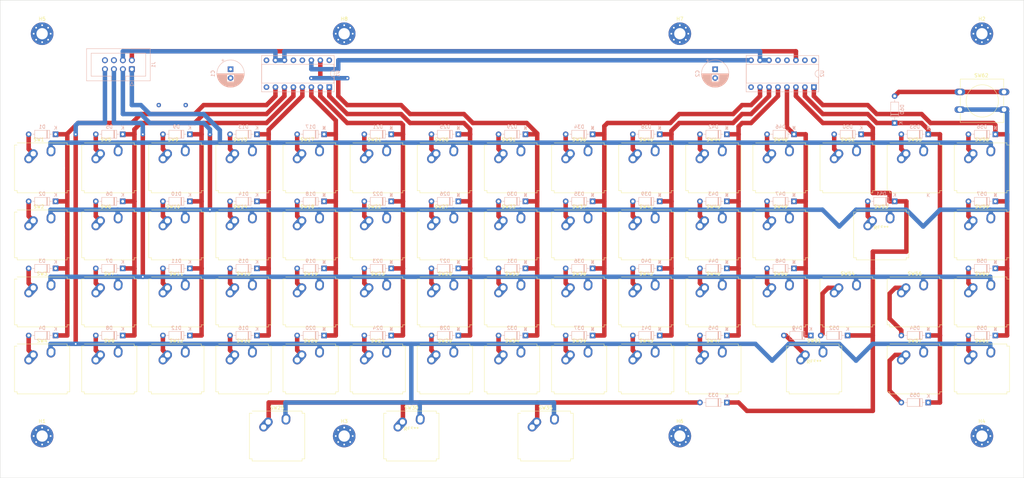
<source format=kicad_pcb>
(kicad_pcb (version 20211014) (generator pcbnew)
  (layers (0 "F.Cu" signal) (31 "B.Cu" signal) (34 "B.Paste" user) (35 "F.Paste" user) (36 "B.SilkS" user "B.Silkscreen") (37 "F.SilkS" user "F.Silkscreen") (38 "B.Mask" user) (39 "F.Mask" user) (44 "Edge.Cuts" user))
  (net 0 "")
  (net 1 "Net-(D1-Pad1)")
  (net 2 "Net-(D1-Pad2)")
  (net 3 "Net-(D2-Pad2)")
  (net 4 "Net-(D3-Pad2)")
  (net 5 "Net-(D4-Pad2)")
  (net 6 "Net-(D5-Pad1)")
  (net 7 "Net-(D5-Pad2)")
  (net 8 "Net-(D6-Pad2)")
  (net 9 "Net-(D7-Pad2)")
  (net 10 "Net-(D8-Pad2)")
  (net 11 "Net-(D10-Pad1)")
  (net 12 "Net-(D9-Pad2)")
  (net 13 "Net-(D10-Pad2)")
  (net 14 "Net-(D11-Pad2)")
  (net 15 "Net-(D12-Pad2)")
  (net 16 "Net-(D13-Pad1)")
  (net 17 "Net-(D13-Pad2)")
  (net 18 "Net-(D14-Pad2)")
  (net 19 "Net-(D15-Pad2)")
  (net 20 "Net-(D16-Pad2)")
  (net 21 "Net-(D17-Pad2)")
  (net 22 "Net-(D18-Pad2)")
  (net 23 "Net-(D19-Pad2)")
  (net 24 "Net-(D20-Pad2)")
  (net 25 "Net-(D21-Pad2)")
  (net 26 "Net-(D22-Pad2)")
  (net 27 "Net-(D23-Pad2)")
  (net 28 "Net-(D24-Pad2)")
  (net 29 "Net-(D25-Pad2)")
  (net 30 "Net-(D26-Pad2)")
  (net 31 "Net-(D27-Pad2)")
  (net 32 "Net-(D28-Pad2)")
  (net 33 "Net-(D29-Pad2)")
  (net 34 "Net-(D30-Pad2)")
  (net 35 "Net-(D31-Pad2)")
  (net 36 "Net-(D32-Pad2)")
  (net 37 "Net-(D33-Pad2)")
  (net 38 "Net-(D34-Pad2)")
  (net 39 "Net-(D35-Pad2)")
  (net 40 "Net-(D36-Pad2)")
  (net 41 "Net-(D37-Pad2)")
  (net 42 "Net-(D38-Pad2)")
  (net 43 "Net-(D39-Pad2)")
  (net 44 "Net-(D40-Pad2)")
  (net 45 "Net-(D41-Pad2)")
  (net 46 "Net-(D42-Pad2)")
  (net 47 "Net-(D43-Pad2)")
  (net 48 "Net-(D44-Pad2)")
  (net 49 "Net-(D45-Pad2)")
  (net 50 "Net-(D46-Pad2)")
  (net 51 "Net-(D47-Pad2)")
  (net 52 "Net-(D48-Pad2)")
  (net 53 "Net-(D49-Pad2)")
  (net 54 "Net-(D50-Pad2)")
  (net 55 "Net-(D51-Pad2)")
  (net 56 "Net-(D52-Pad2)")
  (net 57 "Net-(D53-Pad2)")
  (net 58 "Net-(D54-Pad2)")
  (net 59 "Net-(D55-Pad2)")
  (net 60 "Net-(D56-Pad2)")
  (net 61 "Net-(D58-Pad2)")
  (net 62 "Net-(D59-Pad2)")
  (net 63 "R0")
  (net 64 "R1")
  (net 65 "R2")
  (net 66 "R3")
  (net 67 "GND")
  (net 68 "+3V3")
  (net 69 "Net-(D21-Pad1)")
  (net 70 "Net-(D25-Pad1)")
  (net 71 "Net-(D29-Pad1)")
  (net 72 "Net-(D34-Pad1)")
  (net 73 "Net-(D38-Pad1)")
  (net 74 "Net-(D60-Pad2)")
  (net 75 "Net-(D33-Pad1)")
  (net 76 "Net-(D42-Pad1)")
  (net 77 "Net-(D46-Pad1)")
  (net 78 "Net-(D53-Pad1)")
  (net 79 "Net-(D56-Pad1)")
  (net 80 "Net-(D57-Pad2)")
  (net 81 "Net-(D17-Pad1)")
  (net 82 "Net-(J1-Pad2)")
  (net 85 "Net-(U1-Pad14)")
  (net 86 "Net-(J1-Pad4)")
  (footprint "MountingHole:MountingHole_3.2mm_M3_Pad_Via" (layer "F.Cu") (at 231.175 38.2)
    (fp_text reference "H7")
    (fp_text value "MountingHole_Pad")
  )
  (footprint "Keys:SW_Hybrid_Cherry_MX_Alps_1.00u" (layer "F.Cu") (at 88.675 95.2)
    (fp_text reference "SW10")
    (fp_text value "W")
  )
  (footprint "Keys:SW_Hybrid_Cherry_MX_Alps_1.00u" (layer "F.Cu") (at 316.675 114.2)
    (fp_text reference "SW60")
    (fp_text value "Break")
  )
  (footprint "Keys:SW_Hybrid_Cherry_MX_Alps_1.00u" (layer "F.Cu") (at 316.675 95.2)
    (fp_text reference "SW59")
    (fp_text value "Here Is")
  )
  (footprint "Button_Switch_THT:SW_PUSH-12mm" (layer "F.Cu") (at 310.435 54.7)
    (fp_text reference "SW62")
    (fp_text value "Special")
  )
  (footprint "Keys:SW_Hybrid_Cherry_MX_Alps_1.00u" (layer "F.Cu") (at 297.675 76.2)
    (fp_text reference "SW55")
    (fp_text value "]")
  )
  (footprint "Keys:SW_Hybrid_Cherry_MX_Alps_1.00u" (layer "F.Cu") (at 297.675 133.2)
    (fp_text reference "SW57")
    (fp_text value "Repeat")
  )
  (footprint "Keys:SW_Hybrid_Cherry_MX_Alps_1.00u" (layer "F.Cu") (at 126.675 133.2)
    (fp_text reference "SW20")
    (fp_text value "V")
  )
  (footprint "Keys:SW_Hybrid_Cherry_MX_Alps_1.00u" (layer "F.Cu") (at 316.675 76.2)
    (fp_text reference "SW58")
    (fp_text value "^ ~ Home")
  )
  (footprint "Keys:SW_Hybrid_Cherry_MX_Alps_1.00u" (layer "F.Cu") (at 259.675 114.2)
    (fp_text reference "SW50")
    (fp_text value "@")
  )
  (footprint "Keys:SW_Hybrid_Cherry_MX_Alps_1.00u" (layer "F.Cu") (at 107.675 114.2)
    (fp_text reference "SW15")
    (fp_text value "D")
  )
  (footprint "Keys:SW_Hybrid_Cherry_MX_Alps_1.00u" (layer "F.Cu") (at 183.675 76.2)
    (fp_text reference "SW31")
    (fp_text value "8")
  )
  (footprint "Keys:SW_Hybrid_Cherry_MX_Alps_1.00u" (layer "F.Cu") (at 259.675 76.2)
    (fp_text reference "SW48")
    (fp_text value "- =")
  )
  (footprint "Keys:SW_Hybrid_Cherry_MX_Alps_1.00u" (layer "F.Cu") (at 69.675 95.2)
    (fp_text reference "SW6")
    (fp_text value "Q")
  )
  (footprint "Keys:SW_Hybrid_Cherry_MX_Alps_1.00u" (layer "F.Cu") (at 126.675 114.2)
    (fp_text reference "SW19")
    (fp_text value "F")
  )
  (footprint "Keys:SW_Hybrid_Cherry_MX_Alps_1.00u" (layer "F.Cu") (at 145.675 95.2)
    (fp_text reference "SW22")
    (fp_text value "T")
  )
  (footprint "MountingHole:MountingHole_3.2mm_M3_Pad_Via" (layer "F.Cu") (at 231.175 152.2)
    (fp_text reference "H6")
    (fp_text value "MountingHole_Pad")
  )
  (footprint "Keys:SW_Hybrid_Cherry_MX_Alps_1.00u" (layer "F.Cu") (at 221.675 95.2)
    (fp_text reference "SW41")
    (fp_text value "O")
  )
  (footprint "KeysStable:Stabilizer_Cherry_MX_2.00u" (layer "F.Cu") (at 288.175 95.2)
    (fp_text reference "REF**")
    (fp_text value "Stabilizer_Cherry_MX_2.00u")
  )
  (footprint "Keys:SW_Hybrid_Cherry_MX_Alps_1.00u" (layer "F.Cu") (at 221.675 114.2)
    (fp_text reference "SW42")
    (fp_text value "L")
  )
  (footprint "Keys:SW_Hybrid_Cherry_MX_Alps_1.00u" (layer "F.Cu") (at 297.675 114.2)
    (fp_text reference "SW56")
    (fp_text value "_ Rub")
  )
  (footprint "Keys:SW_Hybrid_Cherry_MX_Alps_1.00u" (layer "F.Cu") (at 126.675 76.2)
    (fp_text reference "SW17")
    (fp_text value "5")
  )
  (footprint "Keys:SW_Hybrid_Cherry_MX_Alps_1.00u" (layer "F.Cu") (at 240.675 114.2)
    (fp_text reference "SW46")
    (fp_text value ";")
  )
  (footprint "Keys:SW_Hybrid_Cherry_MX_Alps_1.00u" (layer "F.Cu") (at 88.675 76.2)
    (fp_text reference "SW9")
    (fp_text value "3")
  )
  (footprint "Keys:SW_Hybrid_Cherry_MX_Alps_1.00u" (layer "F.Cu") (at 278.675 76.2)
    (fp_text reference "SW52")
    (fp_text value "[")
  )
  (footprint "Keys:SW_Hybrid_Cherry_MX_Alps_1.00u" (layer "F.Cu") (at 88.675 114.2)
    (fp_text reference "SW11")
    (fp_text value "S")
  )
  (footprint "MountingHole:MountingHole_3.2mm_M3_Pad_Via" (layer "F.Cu") (at 50.675 38.2)
    (fp_text reference "H5")
    (fp_text value "MountingHole_Pad")
  )
  (footprint "Keys:SW_Hybrid_Cherry_MX_Alps_1.00u" (layer "F.Cu") (at 202.675 114.2)
    (fp_text reference "SW38")
    (fp_text value "K")
  )
  (footprint "Keys:SW_Hybrid_Cherry_MX_Alps_1.00u" (layer "F.Cu") (at 164.675 76.2)
    (fp_text reference "SW26")
    (fp_text value "7")
  )
  (footprint "Keys:SW_Hybrid_Cherry_MX_Alps_1.00u" (layer "F.Cu") (at 145.675 133.2)
    (fp_text reference "SW24")
    (fp_text value "B")
  )
  (footprint "Keys:SW_Hybrid_Cherry_MX_Alps_2.00u" (layer "F.Cu") (at 155.175 152.2)
    (fp_text reference "SW30")
    (fp_text value "Space")
  )
  (footprint "Keys:SW_Hybrid_Cherry_MX_Alps_1.00u" (layer "F.Cu") (at 259.675 95.2)
    (fp_text reference "SW49")
    (fp_text value "LineFeed")
  )
  (footprint "Keys:SW_Hybrid_Cherry_MX_Alps_1.00u" (layer "F.Cu") (at 88.675 133.2)
    (fp_text reference "SW12")
    (fp_text value "X")
  )
  (footprint "Keys:SW_Hybrid_Cherry_MX_Alps_1.00u" (layer "F.Cu") (at 107.675 95.2)
    (fp_text reference "SW14")
    (fp_text value "E")
  )
  (footprint "MountingHole:MountingHole_3.2mm_M3_Pad_Via" (layer "F.Cu") (at 316.675 152.2)
    (fp_text reference "H4")
    (fp_text value "MountingHole_Pad")
  )
  (footprint "Keys:SW_Hybrid_Cherry_MX_Alps_1.00u" (layer "F.Cu") (at 202.675 133.2)
    (fp_text reference "SW39")
    (fp_text value ",")
  )
  (footprint "MountingHole:MountingHole_3.2mm_M3_Pad_Via" (layer "F.Cu") (at 136.175 152.2)
    (fp_text reference "H3")
    (fp_text value "MountingHole_Pad")
  )
  (footprint "Keys:SW_Hybrid_Cherry_MX_Alps_1.00u" (layer "F.Cu") (at 50.675 76.2)
    (fp_text reference "SW1")
    (fp_text value "1")
  )
  (footprint "MountingHole:MountingHole_3.2mm_M3_Pad_Via" (layer "F.Cu") (at 316.675 38.2)
    (fp_text reference "H2")
    (fp_text value "MountingHole_Pad")
  )
  (footprint "Keys:SW_Hybrid_Cherry_MX_Alps_2.00u" (layer "F.Cu") (at 269.175 133.2)
    (fp_text reference "SW51")
    (fp_text value "ShiftR")
  )
  (footprint "Keys:SW_Hybrid_Cherry_MX_Alps_1.00u" (layer "F.Cu") (at 126.675 95.2)
    (fp_text reference "SW18")
    (fp_text value "R")
  )
  (footprint "Keys:SW_Hybrid_Cherry_MX_Alps_1.00u" (layer "F.Cu") (at 69.675 133.2)
    (fp_text reference "SW8")
    (fp_text value "Z")
  )
  (footprint "Keys:SW_Hybrid_Cherry_MX_Alps_1.00u" (layer "F.Cu") (at 316.675 133.2)
    (fp_text reference "SW61")
    (fp_text value "Clear")
  )
  (footprint "Keys:SW_Hybrid_Cherry_MX_Alps_1.00u" (layer "F.Cu") (at 221.675 133.2)
    (fp_text reference "SW43")
    (fp_text value ".")
  )
  (footprint "KeysStable:Stabilizer_Cherry_MX_2.00u" (layer "F.Cu") (at 269.175 133.2)
    (fp_text reference "REF**")
    (fp_text value "Stabilizer_Cherry_MX_2.00u")
  )
  (footprint "Keys:SW_Hybrid_Cherry_MX_Alps_1.00u" (layer "F.Cu") (at 202.675 95.2)
    (fp_text reference "SW37")
    (fp_text value "I")
  )
  (footprint "Keys:SW_Hybrid_Cherry_MX_Alps_1.00u" (layer "F.Cu") (at 50.675 133.2)
    (fp_text reference "SW4")
    (fp_text value "ShiftL")
  )
  (footprint "Keys:SW_Hybrid_Cherry_MX_Alps_2.00u" (layer "F.Cu") (at 117.175 152.2)
    (fp_text reference "SW25")
    (fp_text value "Space")
  )
  (footprint "Keys:SW_Hybrid_Cherry_MX_Alps_1.00u" (layer "F.Cu") (at 240.675 133.2)
    (fp_text reference "SW47")
    (fp_text value "/")
  )
  (footprint "MountingHole:MountingHole_3.2mm_M3_Pad_Via" (layer "F.Cu") (at 136.175 38.2)
    (fp_text reference "H8")
    (fp_text value "MountingHole_Pad")
  )
  (footprint "Keys:SW_Hybrid_Cherry_MX_Alps_1.00u" (layer "F.Cu") (at 164.675 95.2)
    (fp_text reference "SW27")
    (fp_text value "Y")
  )
  (footprint "Keys:SW_Hybrid_Cherry_MX_Alps_1.00u" (layer "F.Cu") (at 69.675 76.2)
    (fp_text reference "SW5")
    (fp_text value "2")
  )
  (footprint "KeysStable:Stabilizer_Cherry_MX_6.25u" (layer "F.Cu") (at 155.175 152.2)
    (fp_text reference "REF**")
    (fp_text value "Stabilizer_Cherry_MX_6.25u")
  )
  (footprint "Keys:SW_Hybrid_Cherry_MX_Alps_1.00u" (layer "F.Cu") (at 183.675 95.2)
    (fp_text reference "SW32")
    (fp_text value "U")
  )
  (footprint "Keys:SW_Hybrid_Cherry_MX_Alps_1.00u" (layer "F.Cu") (at 50.675 114.2)
    (fp_text reference "SW3")
    (fp_text value "Ctrl")
  )
  (footprint "MountingHole:MountingHole_3.2mm_M3_Pad_Via" (layer "F.Cu") (at 50.675 152.2)
    (fp_text reference "H1")
    (fp_text value "MountingHole_Pad")
  )
  (footprint "Keys:SW_Hybrid_Cherry_MX_Alps_1.00u" (layer "F.Cu") (at 221.675 76.2)
    (fp_text reference "SW40")
    (fp_text value "0")
  )
  (footprint "Keys:SW_Hybrid_Cherry_MX_Alps_1.00u" (layer "F.Cu") (at 69.675 114.2)
    (fp_text reference "SW7")
    (fp_text value "A")
  )
  (footprint "Keys:SW_Hybrid_Cherry_MX_Alps_2.00u" (layer "F.Cu") (at 193.175 152.2)
    (fp_text reference "SW35")
    (fp_text value "Space")
  )
  (footprint "Keys:SW_Hybrid_Cherry_MX_Alps_1.00u" (layer "F.Cu") (at 145.675 114.2)
    (fp_text reference "SW23")
    (fp_text value "G")
  )
  (footprint "Keys:SW_Hybrid_Cherry_MX_Alps_1.00u" (layer "F.Cu") (at 240.675 76.2)
    (fp_text reference "SW44")
    (fp_text value ":")
  )
  (footprint "Keys:SW_Hybrid_Cherry_MX_Alps_1.00u" (layer "F.Cu") (at 50.675 95.2)
    (fp_text reference "SW2")
    (fp_text value "Esc")
  )
  (footprint "Keys:SW_Hybrid_Cherry_MX_Alps_1.00u" (layer "F.Cu") (at 202.675 76.2)
    (fp_text reference "SW36")
    (fp_text value "9")
  )
  (footprint "Keys:SW_Hybrid_Cherry_MX_Alps_1.00u" (layer "F.Cu") (at 145.675 76.2)
    (fp_text reference "SW21")
    (fp_text value "6")
  )
  (footprint "Keys:SW_Hybrid_Cherry_MX_Alps_1.00u" (layer "F.Cu") (at 164.675 133.2)
    (fp_text reference "SW29")
    (fp_text value "N")
  )
  (footprint "Keys:SW_Hybrid_Cherry_MX_Alps_1.00u" (layer "F.Cu") (at 107.675 133.2)
    (fp_text reference "SW16")
    (fp_text value "C")
  )
  (footprint "Keys:SW_Hybrid_Cherry_MX_Alps_2.00u" (layer "F.Cu") (at 288.175 95.2)
    (fp_text reference "SW53")
    (fp_text value "Enter")
  )
  (footprint "Keys:SW_Hybrid_Cherry_MX_Alps_1.00u" (layer "F.Cu") (at 183.675 114.2)
    (fp_text reference "SW33")
    (fp_text value "J")
  )
  (footprint "Keys:SW_Hybrid_Cherry_MX_Alps_1.00u" (layer "F.Cu") (at 240.675 95.2)
    (fp_text reference "SW45")
    (fp_text value "P")
  )
  (footprint "Keys:SW_Hybrid_Cherry_MX_Alps_1.00u" (layer "F.Cu") (at 278.675 114.2)
    (fp_text reference "SW54")
    (fp_text value "\\")
  )
  (footprint "Keys:SW_Hybrid_Cherry_MX_Alps_1.00u" (layer "F.Cu") (at 107.675 76.2)
    (fp_text reference "SW13")
    (fp_text value "4")
  )
  (footprint "Keys:SW_Hybrid_Cherry_MX_Alps_1.00u" (layer "F.Cu") (at 183.675 133.2)
    (fp_text reference "SW34")
    (fp_text value "M")
  )
  (footprint "Keys:SW_Hybrid_Cherry_MX_Alps_1.00u" (layer "F.Cu") (at 164.675 114.2)
    (fp_text reference "SW28")
    (fp_text value "H")
  )
  (footprint "Diode_THT:D_DO-35_SOD27_P7.62mm_Horizontal" (layer "B.Cu") (at 111.485 66.7 180)
    (fp_text reference "D13")
    (fp_text value "1N4148")
  )
  (footprint "Diode_THT:D_DO-35_SOD27_P7.62mm_Horizontal" (layer "B.Cu") (at 244.485 104.7 180)
    (fp_text reference "D44")
    (fp_text value "1N4148")
  )
  (footprint "Diode_THT:D_DO-35_SOD27_P7.62mm_Horizontal" (layer "B.Cu") (at 206.485 85.7 180)
    (fp_text reference "D35")
    (fp_text value "1N4148")
  )
  (footprint "Diode_THT:D_DO-35_SOD27_P7.62mm_Horizontal" (layer "B.Cu") (at 130.485 104.7 180)
    (fp_text reference "D19")
    (fp_text value "1N4148")
  )
  (footprint "Diode_THT:D_DO-35_SOD27_P7.62mm_Horizontal" (layer "B.Cu") (at 73.485 104.7 180)
    (fp_text reference "D7")
    (fp_text value "1N4148")
  )
  (footprint "Diode_THT:D_DO-35_SOD27_P7.62mm_Horizontal" (layer "B.Cu") (at 291.985 85.7 180)
    (fp_text reference "D51")
    (fp_text value "1N4148")
  )
  (footprint "Diode_THT:D_DO-35_SOD27_P7.62mm_Horizontal" (layer "B.Cu") (at 187.485 85.7 180)
    (fp_text reference "D30")
    (fp_text value "1N4148")
  )
  (footprint "Diode_THT:D_DO-35_SOD27_P7.62mm_Horizontal" (layer "B.Cu") (at 301.485 123.7 180)
    (fp_text reference "D54")
    (fp_text value "1N4148")
  )
  (footprint "Diode_THT:D_DO-35_SOD27_P7.62mm_Horizontal" (layer "B.Cu") (at 168.485 104.7 180)
    (fp_text reference "D27")
    (fp_text value "1N4148")
  )
  (footprint "Diode_THT:D_DO-35_SOD27_P7.62mm_Horizontal" (layer "B.Cu") (at 320.485 85.7 180)
    (fp_text reference "D57")
    (fp_text value "1N4148")
  )
  (footprint "Diode_THT:D_DO-35_SOD27_P7.62mm_Horizontal" (layer "B.Cu") (at 244.485 66.7 180)
    (fp_text reference "D42")
    (fp_text value "1N4148")
  )
  (footprint "Diode_THT:D_DO-35_SOD27_P7.62mm_Horizontal" (layer "B.Cu") (at 244.485 85.7 180)
    (fp_text reference "D43")
    (fp_text value "1N4148")
  )
  (footprint "Diode_THT:D_DO-35_SOD27_P7.62mm_Horizontal" (layer "B.Cu") (at 168.485 66.7 180)
    (fp_text reference "D25")
    (fp_text value "1N4148")
  )
  (footprint "Diode_THT:D_DO-35_SOD27_P7.62mm_Horizontal" (layer "B.Cu") (at 111.485 123.7 180)
    (fp_text reference "D16")
    (fp_text value "1N4148")
  )
  (footprint "Diode_THT:D_DO-35_SOD27_P7.62mm_Horizontal" (layer "B.Cu") (at 73.485 66.7 180)
    (fp_text reference "D5")
    (fp_text value "1N4148")
  )
  (footprint "Diode_THT:D_DO-35_SOD27_P7.62mm_Horizontal" (layer "B.Cu") (at 301.485 142.7 180)
    (fp_text reference "D55")
    (fp_text value "1N4148")
  )
  (footprint "Diode_THT:D_DO-35_SOD27_P7.62mm_Horizontal" (layer "B.Cu") (at 168.485 123.7 180)
    (fp_text reference "D28")
    (fp_text value "1N4148")
  )
  (footprint "Diode_THT:D_DO-35_SOD27_P7.62mm_Horizontal" (layer "B.Cu") (at 225.485 66.7 180)
    (fp_text reference "D38")
    (fp_text value "1N4148")
  )
  (footprint "Diode_THT:D_DO-35_SOD27_P7.62mm_Horizontal" (layer "B.Cu") (at 320.485 123.7 180)
    (fp_text reference "D59")
    (fp_text value "1N4148")
  )
  (footprint "Diode_THT:D_DO-35_SOD27_P7.62mm_Horizontal" (layer "B.Cu") (at 92.485 104.7 180)
    (fp_text reference "D11")
    (fp_text value "1N4148")
  )
  (footprint "Diode_THT:D_DO-35_SOD27_P7.62mm_Horizontal" (layer "B.Cu") (at 291.975 63.5 90)
    (fp_text reference "D60")
    (fp_text value "1N4148")
  )
  (footprint "Capacitor_THT:CP_Radial_D7.5mm_P2.50mm" (layer "B.Cu") (at 104.015 48.26 -90)
    (fp_text reference "C1")
    (fp_text value "C_Polarized")
  )
  (footprint "Diode_THT:D_DO-35_SOD27_P7.62mm_Horizontal" (layer "B.Cu") (at 168.485 85.7 180)
    (fp_text reference "D26")
    (fp_text value "1N4148")
  )
  (footprint "Diode_THT:D_DO-35_SOD27_P7.62mm_Horizontal" (layer "B.Cu") (at 149.485 104.7 180)
    (fp_text reference "D23")
    (fp_text value "1N4148")
  )
  (footprint "Diode_THT:D_DO-35_SOD27_P7.62mm_Horizontal" (layer "B.Cu") (at 187.485 104.7 180)
    (fp_text reference "D31")
    (fp_text value "1N4148")
  )
  (footprint "Diode_THT:D_DO-35_SOD27_P7.62mm_Horizontal" (layer "B.Cu") (at 111.485 104.7 180)
    (fp_text reference "D15")
    (fp_text value "1N4148")
  )
  (footprint "Diode_THT:D_DO-35_SOD27_P7.62mm_Horizontal" (layer "B.Cu") (at 130.485 66.7 180)
    (fp_text reference "D17")
    (fp_text value "1N4148")
  )
  (footprint "Diode_THT:D_DO-35_SOD27_P7.62mm_Horizontal" (layer "B.Cu") (at 54.485 123.7 180)
    (fp_text reference "D4")
    (fp_text value "1N4148")
  )
  (footprint "Diode_THT:D_DO-35_SOD27_P7.62mm_Horizontal" (layer "B.Cu") (at 263.485 104.7 180)
    (fp_text reference "D48")
    (fp_text value "1N4148")
  )
  (footprint "Diode_THT:D_DO-35_SOD27_P7.62mm_Horizontal" (layer "B.Cu") (at 187.485 66.7 180)
    (fp_text reference "D29")
    (fp_text value "1N4148")
  )
  (footprint "Diode_THT:D_DO-35_SOD27_P7.62mm_Horizontal" (layer "B.Cu") (at 320.485 104.7 180)
    (fp_text reference "D58")
    (fp_text value "1N4148")
  )
  (footprint "Diode_THT:D_DO-35_SOD27_P7.62mm_Horizontal" (layer "B.Cu") (at 282.485 66.7 180)
    (fp_text reference "D50")
    (fp_text value "1N4148")
  )
  (footprint "Diode_THT:D_DO-35_SOD27_P7.62mm_Horizontal" (layer "B.Cu") (at 73.485 85.7 180)
    (fp_text reference "D6")
    (fp_text value "1N4148")
  )
  (footprint "Diode_THT:D_DO-35_SOD27_P7.62mm_Horizontal" (layer "B.Cu") (at 54.485 85.7 180)
    (fp_text reference "D2")
    (fp_text value "1N4148")
  )
  (footprint "Diode_THT:D_DO-35_SOD27_P7.62mm_Horizontal" (layer "B.Cu") (at 149.485 66.7 180)
    (fp_text reference "D21")
    (fp_text value "1N4148")
  )
  (footprint "Diode_THT:D_DO-35_SOD27_P7.62mm_Horizontal" (layer "B.Cu") (at 149.485 85.7 180)
    (fp_text reference "D22")
    (fp_text value "1N4148")
  )
  (footprint "Diode_THT:D_DO-35_SOD27_P7.62mm_Horizontal" (layer "B.Cu") (at 130.485 123.7 180)
    (fp_text reference "D20")
    (fp_text value "1N4148")
  )
  (footprint "Diode_THT:D_DO-35_SOD27_P7.62mm_Horizontal" (layer "B.Cu") (at 206.485 104.7 180)
    (fp_text reference "D36")
    (fp_text value "1N4148")
  )
  (footprint "Diode_THT:D_DO-35_SOD27_P7.62mm_Horizontal" (layer "B.Cu") (at 263.485 85.7 180)
    (fp_text reference "D47")
    (fp_text value "1N4148")
  )
  (footprint "Diode_THT:D_DO-35_SOD27_P7.62mm_Horizontal" (layer "B.Cu") (at 225.485 85.7 180)
    (fp_text reference "D39")
    (fp_text value "1N4148")
  )
  (footprint "Diode_THT:D_DO-35_SOD27_P7.62mm_Horizontal" (layer "B.Cu") (at 206.485 66.7 180)
    (fp_text reference "D34")
    (fp_text value "1N4148")
  )
  (footprint "Package_DIP:DIP-16_W7.62mm_Socket" (layer "B.Cu") (at 269.115 53.34 90)
    (fp_text reference "U2")
    (fp_text value "74LS595")
  )
  (footprint "Diode_THT:D_DO-35_SOD27_P7.62mm_Horizontal" (layer "B.Cu") (at 54.485 104.7 180)
    (fp_text reference "D3")
    (fp_text value "1N4148")
  )
  (footprint "Package_DIP:DIP-16_W7.62mm_Socket" (layer "B.Cu") (at 131.955 53.34 90)
    (fp_text reference "U1")
    (fp_text value "74LS595")
  )
  (footprint "Diode_THT:D_DO-35_SOD27_P7.62mm_Horizontal" (layer "B.Cu") (at 301.485 66.7 180)
    (fp_text reference "D53")
    (fp_text value "1N4148")
  )
  (footprint "Diode_THT:D_DO-35_SOD27_P7.62mm_Horizontal" (layer "B.Cu") (at 225.485 104.7 180)
    (fp_text reference "D40")
    (fp_text value "1N4148")
  )
  (footprint "Diode_THT:D_DO-35_SOD27_P7.62mm_Horizontal" (layer "B.Cu") (at 54.485 66.7 180)
    (fp_text reference "D1")
    (fp_text value "1N4148")
  )
  (footprint "Diode_THT:D_DO-35_SOD27_P7.62mm_Horizontal" (layer "B.Cu") (at 320.485 66.7 180)
    (fp_text reference "D56")
    (fp_text value "1N4148")
  )
  (footprint "Diode_THT:D_DO-35_SOD27_P7.62mm_Horizontal" (layer "B.Cu") (at 225.485 123.7 180)
    (fp_text reference "D41")
    (fp_text value "1N4148")
  )
  (footprint "Diode_THT:D_DO-35_SOD27_P7.62mm_Horizontal" (layer "B.Cu") (at 244.485 123.7 180)
    (fp_text reference "D45")
    (fp_text value "1N4148")
  )
  (footprint "Capacitor_THT:CP_Radial_D7.5mm_P2.50mm" (layer "B.Cu") (at 241.175 48.26 -90)
    (fp_text reference "C2")
    (fp_text value "C_Polarized")
  )
  (footprint "Diode_THT:D_DO-35_SOD27_P7.62mm_Horizontal" (layer "B.Cu") (at 206.485 123.7 180)
    (fp_text reference "D37")
    (fp_text value "1N4148")
  )
  (footprint "Diode_THT:D_DO-35_SOD27_P7.62mm_Horizontal" (layer "B.Cu") (at 92.485 66.7 180)
    (fp_text reference "D9")
    (fp_text value "1N4148")
  )
  (footprint "Diode_THT:D_DO-35_SOD27_P7.62mm_Horizontal" (layer "B.Cu") (at 268.235 123.7 180)
    (fp_text reference "D49")
    (fp_text value "1N4148")
  )
  (footprint "Connector_IDC:IDC-Header_2x04_P2.54mm_Vertical" (layer "B.Cu") (at 76.075 48.26 90)
    (fp_text reference "J1")
    (fp_text value "Conn_02x04_Odd_Even")
  )
  (footprint "Diode_THT:D_DO-35_SOD27_P7.62mm_Horizontal" (layer "B.Cu") (at 263.485 66.7 180)
    (fp_text reference "D46")
    (fp_text value "1N4148")
  )
  (footprint "Diode_THT:D_DO-35_SOD27_P7.62mm_Horizontal" (layer "B.Cu") (at 130.485 85.7 180)
    (fp_text reference "D18")
    (fp_text value "1N4148")
  )
  (footprint "Diode_THT:D_DO-35_SOD27_P7.62mm_Horizontal" (layer "B.Cu") (at 73.485 123.7 180)
    (fp_text reference "D8")
    (fp_text value "1N4148")
  )
  (footprint "Diode_THT:D_DO-35_SOD27_P7.62mm_Horizontal" (layer "B.Cu") (at 278.675 123.7 180)
    (fp_text reference "D52")
    (fp_text value "1N4148")
  )
  (footprint "Diode_THT:D_DO-35_SOD27_P7.62mm_Horizontal" (layer "B.Cu") (at 149.485 123.7 180)
    (fp_text reference "D24")
    (fp_text value "1N4148")
  )
  (footprint "Diode_THT:D_DO-35_SOD27_P7.62mm_Horizontal" (layer "B.Cu") (at 111.485 85.7 180)
    (fp_text reference "D14")
    (fp_text value "1N4148")
  )
  (footprint "Diode_THT:D_DO-35_SOD27_P7.62mm_Horizontal" (layer "B.Cu") (at 187.485 123.7 180)
    (fp_text reference "D32")
    (fp_text value "1N4148")
  )
  (footprint "Diode_THT:D_DO-35_SOD27_P7.62mm_Horizontal" (layer "B.Cu") (at 244.485 142.7 180)
    (fp_text reference "D33")
    (fp_text value "1N4148")
  )
  (footprint "Diode_THT:D_DO-35_SOD27_P7.62mm_Horizontal" (layer "B.Cu") (at 92.485 85.7 180)
    (fp_text reference "D10")
    (fp_text value "1N4148")
  )
  (footprint "Diode_THT:D_DO-35_SOD27_P7.62mm_Horizontal" (layer "B.Cu") (at 92.485 123.7 180)
    (fp_text reference "D12")
    (fp_text value "1N4148")
  )
  (gr_line (start 38.8 164.075) (end 328.55 164.075) (layer "Edge.Cuts") (width 0.1))
  (gr_line (start 328.55 28.7) (end 38.8 28.7) (layer "Edge.Cuts") (width 0.1))
  (gr_line (start 328.55 164.075) (end 328.55 28.7) (layer "Edge.Cuts") (width 0.1))
  (gr_line (start 38.8 28.7) (end 38.8 164.075) (layer "Edge.Cuts") (width 0.1))
  (gr_text "K" (at 301.485 64.9 -180) (layer "B.SilkS") (effects (font (size 1 1)) (justify mirror)))
  (gr_text "K" (at 206.485 121.9 -180) (layer "B.SilkS") (effects (font (size 1 1)) (justify mirror)))
  (gr_text "K" (at 225.485 83.9 -180) (layer "B.SilkS") (effects (font (size 1 1)) (justify mirror)))
  (gr_text "K" (at 187.485 64.9 -180) (layer "B.SilkS") (effects (font (size 1 1)) (justify mirror)))
  (gr_text "K" (at 206.485 83.9 -180) (layer "B.SilkS") (effects (font (size 1 1)) (justify mirror)))
  (gr_text "K" (at 320.485 83.9 -180) (layer "B.SilkS") (effects (font (size 1 1)) (justify mirror)))
  (gr_text "K" (at 149.485 121.9 -180) (layer "B.SilkS") (effects (font (size 1 1)) (justify mirror)))
  (gr_text "K" (at 320.485 64.9 -180) (layer "B.SilkS") (effects (font (size 1 1)) (justify mirror)))
  (gr_text "K" (at 168.485 83.9 -180) (layer "B.SilkS") (effects (font (size 1 1)) (justify mirror)))
  (gr_text "K" (at 244.485 83.9 -180) (layer "B.SilkS") (effects (font (size 1 1)) (justify mirror)))
  (gr_text "K" (at 244.485 121.9 -180) (layer "B.SilkS") (effects (font (size 1 1)) (justify mirror)))
  (gr_text "K" (at 263.485 83.9 -180) (layer "B.SilkS") (effects (font (size 1 1)) (justify mirror)))
  (gr_text "K" (at 225.485 121.9 -180) (layer "B.SilkS") (effects (font (size 1 1)) (justify mirror)))
  (gr_text "K" (at 187.485 121.9 -180) (layer "B.SilkS") (effects (font (size 1 1)) (justify mirror)))
  (gr_text "K" (at 187.485 102.9 -180) (layer "B.SilkS") (effects (font (size 1 1)) (justify mirror)))
  (gr_text "K" (at 149.485 83.9 -180) (layer "B.SilkS") (effects (font (size 1 1)) (justify mirror)))
  (gr_text "K" (at 320.485 102.9 -180) (layer "B.SilkS") (effects (font (size 1 1)) (justify mirror)))
  (gr_text "K" (at 301.485 102.9 -180) (layer "B.SilkS") (effects (font (size 1 1)) (justify mirror)))
  (gr_text "K" (at 187.485 83.9 -180) (layer "B.SilkS") (effects (font (size 1 1)) (justify mirror)))
  (gr_text "K" (at 244.485 64.9 -180) (layer "B.SilkS") (effects (font (size 1 1)) (justify mirror)))
  (gr_text "K" (at 130.485 121.9 -180) (layer "B.SilkS") (effects (font (size 1 1)) (justify mirror)))
  (gr_text "K" (at 301.485 83.9 -180) (layer "B.SilkS") (effects (font (size 1 1)) (justify mirror)))
  (gr_text "K" (at 263.485 64.9 -180) (layer "B.SilkS") (effects (font (size 1 1)) (justify mirror)))
  (gr_text "K" (at 244.485 102.9 -180) (layer "B.SilkS") (effects (font (size 1 1)) (justify mirror)))
  (gr_text "K" (at 130.485 83.9 -180) (layer "B.SilkS") (effects (font (size 1 1)) (justify mirror)))
  (gr_text "K" (at 225.485 102.9 -180) (layer "B.SilkS") (effects (font (size 1 1)) (justify mirror)))
  (gr_text "K" (at 149.485 102.9 -180) (layer "B.SilkS") (effects (font (size 1 1)) (justify mirror)))
  (gr_text "K" (at 320.485 121.9 -180) (layer "B.SilkS") (effects (font (size 1 1)) (justify mirror)))
  (gr_text "K" (at 130.485 64.9 -180) (layer "B.SilkS") (effects (font (size 1 1)) (justify mirror)))
  (gr_text "K" (at 168.485 64.9 -180) (layer "B.SilkS") (effects (font (size 1 1)) (justify mirror)))
  (gr_text "K" (at 263.485 102.9 -180) (layer "B.SilkS") (effects (font (size 1 1)) (justify mirror)))
  (gr_text "K" (at 149.485 64.9 -180) (layer "B.SilkS") (effects (font (size 1 1)) (justify mirror)))
  (gr_text "K" (at 130.485 102.9 -180) (layer "B.SilkS") (effects (font (size 1 1)) (justify mirror)))
  (gr_text "K" (at 225.485 64.9 -180) (layer "B.SilkS") (effects (font (size 1 1)) (justify mirror)))
  (gr_text "K" (at 206.485 64.9 -180) (layer "B.SilkS") (effects (font (size 1 1)) (justify mirror)))
  (gr_text "K" (at 263.485 121.9 -180) (layer "B.SilkS") (effects (font (size 1 1)) (justify mirror)))
  (gr_text "K" (at 301.485 121.9 -180) (layer "B.SilkS") (effects (font (size 1 1)) (justify mirror)))
  (gr_text "K" (at 206.485 102.9 -180) (layer "B.SilkS") (effects (font (size 1 1)) (justify mirror)))
  (gr_text "K" (at 168.485 102.9 -180) (layer "B.SilkS") (effects (font (size 1 1)) (justify mirror)))
  (gr_text "K" (at 168.485 121.9 -180) (layer "B.SilkS") (effects (font (size 1 1)) (justify mirror)))
  (segment (start 57.8 85.7) (end 57.8 66.7) (width 1.27) (layer "F.Cu") (net 1))
  (segment (start 54.485 85.7) (end 57.8 85.7) (width 1.27) (layer "F.Cu") (net 1))
  (segment (start 57.8 66.7) (end 57.8 66.535) (width 1.27) (layer "F.Cu") (net 1))
  (segment (start 116.715 55.88) (end 116.715 53.34) (width 1.27) (layer "F.Cu") (net 1))
  (segment (start 96.395 58.42) (end 114.175 58.42) (width 1.27) (layer "F.Cu") (net 1))
  (segment (start 57.8 66.7) (end 54.485 66.7) (width 1.27) (layer "F.Cu") (net 1))
  (segment (start 78.615 60.96) (end 93.855 60.96) (width 1.27) (layer "F.Cu") (net 1))
  (segment (start 76.075 63.5) (end 78.615 60.96) (width 1.27) (layer "F.Cu") (net 1))
  (segment (start 114.175 58.42) (end 116.715 55.88) (width 1.27) (layer "F.Cu") (net 1))
  (segment (start 60.835 63.5) (end 76.075 63.5) (width 1.27) (layer "F.Cu") (net 1))
  (segment (start 57.8 123.7) (end 57.8 104.7) (width 1.27) (layer "F.Cu") (net 1))
  (segment (start 57.8 123.7) (end 54.485 123.7) (width 1.27) (layer "F.Cu") (net 1))
  (segment (start 57.8 66.535) (end 60.835 63.5) (width 1.27) (layer "F.Cu") (net 1))
  (segment (start 93.855 60.96) (end 96.395 58.42) (width 1.27) (layer "F.Cu") (net 1))
  (segment (start 57.8 104.7) (end 57.8 85.7) (width 1.27) (layer "F.Cu") (net 1))
  (segment (start 54.485 104.7) (end 57.8 104.7) (width 1.27) (layer "F.Cu") (net 1))
  (segment (start 46.865 70.89) (end 48.175 72.2) (width 1.27) (layer "F.Cu") (net 2))
  (segment (start 46.865 66.7) (end 46.865 70.89) (width 1.27) (layer "F.Cu") (net 2))
  (segment (start 46.865 89.89) (end 48.175 91.2) (width 1.27) (layer "F.Cu") (net 3))
  (segment (start 46.865 85.7) (end 46.865 89.89) (width 1.27) (layer "F.Cu") (net 3))
  (segment (start 46.865 108.89) (end 48.175 110.2) (width 1.27) (layer "F.Cu") (net 4))
  (segment (start 46.865 104.7) (end 46.865 108.89) (width 1.27) (layer "F.Cu") (net 4))
  (segment (start 46.865 123.7) (end 46.865 127.89) (width 1.27) (layer "F.Cu") (net 5))
  (segment (start 46.865 127.89) (end 48.175 129.2) (width 1.27) (layer "F.Cu") (net 5))
  (segment (start 114.175 60.96) (end 96.395 60.96) (width 1.27) (layer "F.Cu") (net 6))
  (segment (start 93.855 63.5) (end 78.615 63.5) (width 1.27) (layer "F.Cu") (net 6))
  (segment (start 76.8 104.7) (end 76.8 85.7) (width 1.27) (layer "F.Cu") (net 6))
  (segment (start 119.255 55.88) (end 114.175 60.96) (width 1.27) (layer "F.Cu") (net 6))
  (segment (start 76.8 66.7) (end 73.485 66.7) (width 1.27) (layer "F.Cu") (net 6))
  (segment (start 119.255 53.34) (end 119.255 55.88) (width 1.27) (layer "F.Cu") (net 6))
  (segment (start 76.8 85.7) (end 76.8 66.7) (width 1.27) (layer "F.Cu") (net 6))
  (segment (start 76.8 85.7) (end 73.485 85.7) (width 1.27) (layer "F.Cu") (net 6))
  (segment (start 76.8 123.7) (end 76.8 104.7) (width 1.27) (layer "F.Cu") (net 6))
  (segment (start 76.8 65.315) (end 76.8 66.7) (width 1.27) (layer "F.Cu") (net 6))
  (segment (start 96.395 60.96) (end 93.855 63.5) (width 1.27) (layer "F.Cu") (net 6))
  (segment (start 78.615 63.5) (end 76.8 65.315) (width 1.27) (layer "F.Cu") (net 6))
  (segment (start 76.8 104.7) (end 73.485 104.7) (width 1.27) (layer "F.Cu") (net 6))
  (segment (start 73.485 123.7) (end 76.8 123.7) (width 1.27) (layer "F.Cu") (net 6))
  (segment (start 65.865 70.89) (end 67.175 72.2) (width 1.27) (layer "F.Cu") (net 7))
  (segment (start 65.865 66.7) (end 65.865 70.89) (width 1.27) (layer "F.Cu") (net 7))
  (segment (start 65.865 85.7) (end 65.865 89.89) (width 1.27) (layer "F.Cu") (net 8))
  (segment (start 65.865 89.89) (end 67.175 91.2) (width 1.27) (layer "F.Cu") (net 8))
  (segment (start 65.865 108.89) (end 67.175 110.2) (width 1.27) (layer "F.Cu") (net 9))
  (segment (start 65.865 104.7) (end 65.865 108.89) (width 1.27) (layer "F.Cu") (net 9))
  (segment (start 65.865 123.7) (end 65.865 127.89) (width 1.27) (layer "F.Cu") (net 10))
  (segment (start 65.865 127.89) (end 67.175 129.2) (width 1.27) (layer "F.Cu") (net 10))
  (segment (start 95.8 66.7) (end 95.8 64.095) (width 1.27) (layer "F.Cu") (net 11))
  (segment (start 95.8 66.7) (end 92.485 66.7) (width 1.27) (layer "F.Cu") (net 11))
  (segment (start 92.485 123.7) (end 95.8 123.7) (width 1.27) (layer "F.Cu") (net 11))
  (segment (start 92.485 85.7) (end 95.8 85.7) (width 1.27) (layer "F.Cu") (net 11))
  (segment (start 95.8 123.7) (end 95.8 104.7) (width 1.27) (layer "F.Cu") (net 11))
  (segment (start 121.795 55.88) (end 121.795 53.34) (width 1.27) (layer "F.Cu") (net 11))
  (segment (start 95.8 104.7) (end 95.8 66.7) (width 1.27) (layer "F.Cu") (net 11))
  (segment (start 92.485 104.7) (end 95.8 104.7) (width 1.27) (layer "F.Cu") (net 11))
  (segment (start 96.395 63.5) (end 114.175 63.5) (width 1.27) (layer "F.Cu") (net 11))
  (segment (start 95.8 64.095) (end 96.395 63.5) (width 1.27) (layer "F.Cu") (net 11))
  (segment (start 114.175 63.5) (end 121.795 55.88) (width 1.27) (layer "F.Cu") (net 11))
  (segment (start 84.865 70.89) (end 86.175 72.2) (width 1.27) (layer "F.Cu") (net 12))
  (segment (start 84.865 66.7) (end 84.865 70.89) (width 1.27) (layer "F.Cu") (net 12))
  (segment (start 84.865 85.7) (end 84.865 89.89) (width 1.27) (layer "F.Cu") (net 13))
  (segment (start 84.865 89.89) (end 86.175 91.2) (width 1.27) (layer "F.Cu") (net 13))
  (segment (start 84.865 108.89) (end 86.175 110.2) (width 1.27) (layer "F.Cu") (net 14))
  (segment (start 84.865 104.7) (end 84.865 108.89) (width 1.27) (layer "F.Cu") (net 14))
  (segment (start 84.865 127.89) (end 86.175 129.2) (width 1.27) (layer "F.Cu") (net 15))
  (segment (start 84.865 123.7) (end 84.865 127.89) (width 1.27) (layer "F.Cu") (net 15))
  (segment (start 114.8 85.7) (end 114.8 104.7) (width 1.27) (layer "F.Cu") (net 16))
  (segment (start 124.335 55.88) (end 114.8 65.415) (width 1.27) (layer "F.Cu") (net 16))
  (segment (start 114.8 66.7) (end 114.8 85.7) (width 1.27) (layer "F.Cu") (net 16))
  (segment (start 111.485 123.7) (end 114.8 123.7) (width 1.27) (layer "F.Cu") (net 16))
  (segment (start 111.485 66.7) (end 114.8 66.7) (width 1.27) (layer "F.Cu") (net 16))
  (segment (start 111.485 85.7) (end 114.8 85.7) (width 1.27) (layer "F.Cu") (net 16))
  (segment (start 114.8 65.415) (end 114.8 66.7) (width 1.27) (layer "F.Cu") (net 16))
  (segment (start 124.335 55.88) (end 124.335 53.34) (width 1.27) (layer "F.Cu") (net 16))
  (segment (start 114.8 104.7) (end 111.485 104.7) (width 1.27) (layer "F.Cu") (net 16))
  (segment (start 114.8 123.7) (end 114.8 104.7) (width 1.27) (layer "F.Cu") (net 16))
  (segment (start 103.865 66.7) (end 103.865 70.89) (width 1.27) (layer "F.Cu") (net 17))
  (segment (start 103.865 70.89) (end 105.175 72.2) (width 1.27) (layer "F.Cu") (net 17))
  (segment (start 103.865 85.7) (end 103.865 89.89) (width 1.27) (layer "F.Cu") (net 18))
  (segment (start 103.865 89.89) (end 105.175 91.2) (width 1.27) (layer "F.Cu") (net 18))
  (segment (start 103.865 108.89) (end 105.175 110.2) (width 1.27) (layer "F.Cu") (net 19))
  (segment (start 103.865 104.7) (end 103.865 108.89) (width 1.27) (layer "F.Cu") (net 19))
  (segment (start 103.865 123.7) (end 103.865 127.89) (width 1.27) (layer "F.Cu") (net 20))
  (segment (start 103.865 127.89) (end 105.175 129.2) (width 1.27) (layer "F.Cu") (net 20))
  (segment (start 122.865 66.7) (end 122.865 70.89) (width 1.27) (layer "F.Cu") (net 21))
  (segment (start 122.865 70.89) (end 124.175 72.2) (width 1.27) (layer "F.Cu") (net 21))
  (segment (start 122.865 85.7) (end 122.865 89.89) (width 1.27) (layer "F.Cu") (net 22))
  (segment (start 122.865 89.89) (end 124.175 91.2) (width 1.27) (layer "F.Cu") (net 22))
  (segment (start 122.865 104.7) (end 122.865 108.89) (width 1.27) (layer "F.Cu") (net 23))
  (segment (start 122.865 108.89) (end 124.175 110.2) (width 1.27) (layer "F.Cu") (net 23))
  (segment (start 122.865 123.7) (end 122.865 127.89) (width 1.27) (layer "F.Cu") (net 24))
  (segment (start 122.865 127.89) (end 124.175 129.2) (width 1.27) (layer "F.Cu") (net 24))
  (segment (start 141.865 66.7) (end 141.865 70.89) (width 1.27) (layer "F.Cu") (net 25))
  (segment (start 141.865 70.89) (end 143.175 72.2) (width 1.27) (layer "F.Cu") (net 25))
  (segment (start 141.865 85.7) (end 141.865 89.89) (width 1.27) (layer "F.Cu") (net 26))
  (segment (start 141.865 89.89) (end 143.175 91.2) (width 1.27) (layer "F.Cu") (net 26))
  (segment (start 141.865 104.7) (end 141.865 108.89) (width 1.27) (layer "F.Cu") (net 27))
  (segment (start 141.865 108.89) (end 143.175 110.2) (width 1.27) (layer "F.Cu") (net 27))
  (segment (start 141.865 127.89) (end 143.175 129.2) (width 1.27) (layer "F.Cu") (net 28))
  (segment (start 141.865 123.7) (end 141.865 127.89) (width 1.27) (layer "F.Cu") (net 28))
  (segment (start 160.865 66.7) (end 160.865 70.89) (width 1.27) (layer "F.Cu") (net 29))
  (segment (start 160.865 70.89) (end 162.175 72.2) (width 1.27) (layer "F.Cu") (net 29))
  (segment (start 160.865 89.89) (end 162.175 91.2) (width 1.27) (layer "F.Cu") (net 30))
  (segment (start 160.865 85.7) (end 160.865 89.89) (width 1.27) (layer "F.Cu") (net 30))
  (segment (start 160.865 108.89) (end 162.175 110.2) (width 1.27) (layer "F.Cu") (net 31))
  (segment (start 160.865 104.7) (end 160.865 108.89) (width 1.27) (layer "F.Cu") (net 31))
  (segment (start 160.865 127.89) (end 162.175 129.2) (width 1.27) (layer "F.Cu") (net 32))
  (segment (start 160.865 123.7) (end 160.865 127.89) (width 1.27) (layer "F.Cu") (net 32))
  (segment (start 179.865 70.89) (end 181.175 72.2) (width 1.27) (layer "F.Cu") (net 33))
  (segment (start 179.865 66.7) (end 179.865 70.89) (width 1.27) (layer "F.Cu") (net 33))
  (segment (start 179.865 85.7) (end 179.865 89.89) (width 1.27) (layer "F.Cu") (net 34))
  (segment (start 179.865 89.89) (end 181.175 91.2) (width 1.27) (layer "F.Cu") (net 34))
  (segment (start 179.865 104.7) (end 179.865 108.89) (width 1.27) (layer "F.Cu") (net 35))
  (segment (start 179.865 108.89) (end 181.175 110.2) (width 1.27) (layer "F.Cu") (net 35))
  (segment (start 179.865 127.89) (end 181.175 129.2) (width 1.27) (layer "F.Cu") (net 36))
  (segment (start 179.865 123.7) (end 179.865 127.89) (width 1.27) (layer "F.Cu") (net 36))
  (segment (start 190.8 148.075) (end 190.8 142.7) (width 1.27) (layer "F.Cu") (net 37))
  (segment (start 190.675 148.2) (end 190.8 148.075) (width 1.27) (layer "F.Cu") (net 37))
  (segment (start 152.8 148.075) (end 152.8 142.7) (width 1.27) (layer "F.Cu") (net 37))
  (segment (start 236.865 142.7) (end 190.8 142.7) (width 1.27) (layer "F.Cu") (net 37))
  (segment (start 152.8 142.7) (end 190.8 142.7) (width 1.27) (layer "F.Cu") (net 37))
  (segment (start 152.675 148.2) (end 152.8 148.075) (width 1.27) (layer "F.Cu") (net 37))
  (segment (start 114.675 148.2) (end 114.8 148.075) (width 1.27) (layer "F.Cu") (net 37))
  (segment (start 114.8 148.075) (end 114.8 142.7) (width 1.27) (layer "F.Cu") (net 37))
  (segment (start 114.8 142.7) (end 152.8 142.7) (width 1.27) (layer "F.Cu") (net 37))
  (segment (start 198.865 70.89) (end 200.175 72.2) (width 1.27) (layer "F.Cu") (net 38))
  (segment (start 198.865 66.7) (end 198.865 70.89) (width 1.27) (layer "F.Cu") (net 38))
  (segment (start 198.865 85.7) (end 198.865 89.89) (width 1.27) (layer "F.Cu") (net 39))
  (segment (start 198.865 89.89) (end 200.175 91.2) (width 1.27) (layer "F.Cu") (net 39))
  (segment (start 198.865 108.89) (end 200.175 110.2) (width 1.27) (layer "F.Cu") (net 40))
  (segment (start 198.865 104.7) (end 198.865 108.89) (width 1.27) (layer "F.Cu") (net 40))
  (segment (start 198.865 123.7) (end 198.865 127.89) (width 1.27) (layer "F.Cu") (net 41))
  (segment (start 198.865 127.89) (end 200.175 129.2) (width 1.27) (layer "F.Cu") (net 41))
  (segment (start 217.865 70.89) (end 219.175 72.2) (width 1.27) (layer "F.Cu") (net 42))
  (segment (start 217.865 66.7) (end 217.865 70.89) (width 1.27) (layer "F.Cu") (net 42))
  (segment (start 217.865 85.7) (end 217.865 89.89) (width 1.27) (layer "F.Cu") (net 43))
  (segment (start 217.865 89.89) (end 219.175 91.2) (width 1.27) (layer "F.Cu") (net 43))
  (segment (start 217.865 108.89) (end 219.175 110.2) (width 1.27) (layer "F.Cu") (net 44))
  (segment (start 217.865 104.7) (end 217.865 108.89) (width 1.27) (layer "F.Cu") (net 44))
  (segment (start 217.865 127.89) (end 219.175 129.2) (width 1.27) (layer "F.Cu") (net 45))
  (segment (start 217.865 123.7) (end 217.865 127.89) (width 1.27) (layer "F.Cu") (net 45))
  (segment (start 236.865 70.89) (end 238.175 72.2) (width 1.27) (layer "F.Cu") (net 46))
  (segment (start 236.865 66.7) (end 236.865 70.89) (width 1.27) (layer "F.Cu") (net 46))
  (segment (start 236.865 89.89) (end 238.175 91.2) (width 1.27) (layer "F.Cu") (net 47))
  (segment (start 236.865 85.7) (end 236.865 89.89) (width 1.27) (layer "F.Cu") (net 47))
  (segment (start 236.865 104.7) (end 236.865 108.89) (width 1.27) (layer "F.Cu") (net 48))
  (segment (start 236.865 108.89) (end 238.175 110.2) (width 1.27) (layer "F.Cu") (net 48))
  (segment (start 236.865 127.89) (end 238.175 129.2) (width 1.27) (layer "F.Cu") (net 49))
  (segment (start 236.865 123.7) (end 236.865 127.89) (width 1.27) (layer "F.Cu") (net 49))
  (segment (start 255.865 70.89) (end 257.175 72.2) (width 1.27) (layer "F.Cu") (net 50))
  (segment (start 255.865 66.7) (end 255.865 70.89) (width 1.27) (layer "F.Cu") (net 50))
  (segment (start 255.865 85.7) (end 255.865 89.89) (width 1.27) (layer "F.Cu") (net 51))
  (segment (start 255.865 89.89) (end 257.175 91.2) (width 1.27) (layer "F.Cu") (net 51))
  (segment (start 255.865 108.89) (end 257.175 110.2) (width 1.27) (layer "F.Cu") (net 52))
  (segment (start 255.865 104.7) (end 255.865 108.89) (width 1.27) (layer "F.Cu") (net 52))
  (segment (start 260.615 123.7) (end 261.175 123.7) (width 1.27) (layer "F.Cu") (net 53))
  (segment (start 261.175 123.7) (end 266.675 129.2) (width 1.27) (layer "F.Cu") (net 53))
  (segment (start 274.865 66.7) (end 274.865 70.89) (width 1.27) (layer "F.Cu") (net 54))
  (segment (start 274.865 70.89) (end 276.175 72.2) (width 1.27) (layer "F.Cu") (net 54))
  (segment (start 284.365 85.7) (end 284.365 89.89) (width 1.27) (layer "F.Cu") (net 55))
  (segment (start 284.365 89.89) (end 285.675 91.2) (width 1.27) (layer "F.Cu") (net 55))
  (segment (start 271.055 123.7) (end 271.55 123.205) (width 1.27) (layer "F.Cu") (net 56))
  (segment (start 273.175 110.2) (end 276.175 110.2) (width 1.27) (layer "F.Cu") (net 56))
  (segment (start 271.55 111.825) (end 273.175 110.2) (width 1.27) (layer "F.Cu") (net 56))
  (segment (start 271.55 123.205) (end 271.55 111.825) (width 1.27) (layer "F.Cu") (net 56))
  (segment (start 293.865 70.89) (end 295.175 72.2) (width 1.27) (layer "F.Cu") (net 57))
  (segment (start 293.865 66.7) (end 293.865 70.89) (width 1.27) (layer "F.Cu") (net 57))
  (segment (start 290.55 118.95) (end 293.865 122.265) (width 1.27) (layer "F.Cu") (net 58))
  (segment (start 293.865 122.265) (end 293.865 123.7) (width 1.27) (layer "F.Cu") (net 58))
  (segment (start 292.175 110.2) (end 290.55 111.825) (width 1.27) (layer "F.Cu") (net 58))
  (segment (start 295.175 110.2) (end 292.175 110.2) (width 1.27) (layer "F.Cu") (net 58))
  (segment (start 290.55 111.825) (end 290.55 118.95) (width 1.27) (layer "F.Cu") (net 58))
  (segment (start 292.175 129.2) (end 290.55 130.825) (width 1.27) (layer "F.Cu") (net 59))
  (segment (start 290.55 139.385) (end 290.55 130.825) (width 1.27) (layer "F.Cu") (net 59))
  (segment (start 292.175 129.2) (end 295.175 129.2) (width 1.27) (layer "F.Cu") (net 59))
  (segment (start 293.865 142.7) (end 290.55 139.385) (width 1.27) (layer "F.Cu") (net 59))
  (segment (start 312.865 66.7) (end 312.865 70.89) (width 1.27) (layer "F.Cu") (net 60))
  (segment (start 312.865 70.89) (end 314.175 72.2) (width 1.27) (layer "F.Cu") (net 60))
  (segment (start 312.865 108.89) (end 314.175 110.2) (width 1.27) (layer "F.Cu") (net 61))
  (segment (start 312.865 104.7) (end 312.865 108.89) (width 1.27) (layer "F.Cu") (net 61))
  (segment (start 312.865 123.7) (end 312.865 127.89) (width 1.27) (layer "F.Cu") (net 62))
  (segment (start 312.865 127.89) (end 314.175 129.2) (width 1.27) (layer "F.Cu") (net 62))
  (segment (start 91.05 69.075) (end 72.05 69.075) (width 1.27) (layer "B.Cu") (net 63))
  (segment (start 76.075 48.26) (end 76.075 58.42) (width 1.27) (layer "B.Cu") (net 63))
  (segment (start 167.05 69.075) (end 148.05 69.075) (width 1.27) (layer "B.Cu") (net 63))
  (segment (start 300.05 69.075) (end 300.05 71.265) (width 1.27) (layer "B.Cu") (net 63))
  (segment (start 72.05 69.075) (end 72.05 71.265) (width 1.27) (layer "B.Cu") (net 63))
  (segment (start 91.05 69.075) (end 91.05 71.265) (width 1.27) (layer "B.Cu") (net 63))
  (segment (start 300.05 69.075) (end 281.05 69.075) (width 1.27) (layer "B.Cu") (net 63))
  (segment (start 110.05 69.075) (end 100.98 69.075) (width 1.27) (layer "B.Cu") (net 63))
  (segment (start 53.05 71.265) (end 53.195 71.41) (width 1.27) (layer "B.Cu") (net 63))
  (segment (start 205.05 71.265) (end 205.195 71.41) (width 1.27) (layer "B.Cu") (net 63))
  (segment (start 281.05 69.075) (end 281.05 71.265) (width 1.27) (layer "B.Cu") (net 63))
  (segment (start 186.05 71.265) (end 186.195 71.41) (width 1.27) (layer "B.Cu") (net 63))
  (segment (start 167.05 71.265) (end 167.195 71.41) (width 1.27) (layer "B.Cu") (net 63))
  (segment (start 205.05 69.075) (end 205.05 71.265) (width 1.27) (layer "B.Cu") (net 63))
  (segment (start 319.195 71.41) (end 319.195 69.22) (width 1.27) (layer "B.Cu") (net 63))
  (segment (start 72.05 71.265) (end 72.195 71.41) (width 1.27) (layer "B.Cu") (net 63))
  (segment (start 110.05 69.075) (end 110.05 71.265) (width 1.27) (layer "B.Cu") (net 63))
  (segment (start 76.075 58.42) (end 78.615 58.42) (width 1.27) (layer "B.Cu") (net 63))
  (segment (start 300.05 71.265) (end 300.195 71.41) (width 1.27) (layer "B.Cu") (net 63))
  (segment (start 243.05 69.075) (end 243.05 71.265) (width 1.27) (layer "B.Cu") (net 63))
  (segment (start 319.05 69.075) (end 300.05 69.075) (width 1.27) (layer "B.Cu") (net 63))
  (segment (start 117.175 69.075) (end 110.05 69.075) (width 1.27) (layer "B.Cu") (net 63))
  (segment (start 224.05 71.265) (end 224.195 71.41) (width 1.27) (layer "B.Cu") (net 63))
  (segment (start 262.05 69.075) (end 243.05 69.075) (width 1.27) (layer "B.Cu") (net 63))
  (segment (start 100.98 65.545) (end 100.98 69.075) (width 1.27) (layer "B.Cu") (net 63))
  (segment (start 186.05 69.075) (end 186.05 71.265) (width 1.27) (layer "B.Cu") (net 63))
  (segment (start 167.05 69.075) (end 167.05 71.265) (width 1.27) (layer "B.Cu") (net 63))
  (segment (start 243.05 71.265) (end 243.195 71.41) (width 1.27) (layer "B.Cu") (net 63))
  (segment (start 129.05 69.075) (end 129.05 71.265) (width 1.27) (layer "B.Cu") (net 63))
  (segment (start 78.615 58.42) (end 81.155 60.96) (width 1.27) (layer "B.Cu") (net 63))
  (segment (start 224.05 69.075) (end 224.05 71.265) (width 1.27) (layer "B.Cu") (net 63))
  (segment (start 129.05 69.075) (end 117.175 69.075) (width 1.27) (layer "B.Cu") (net 63))
  (segment (start 81.155 60.96) (end 96.395 60.96) (width 1.27) (layer "B.Cu") (net 63))
  (segment (start 262.05 69.075) (end 262.05 71.265) (width 1.27) (layer "B.Cu") (net 63))
  (segment (start 100.98 69.075) (end 91.05 69.075) (width 1.27) (layer "B.Cu") (net 63))
  (segment (start 148.05 69.075) (end 148.05 71.265) (width 1.27) (layer "B.Cu") (net 63))
  (segment (start 319.195 69.22) (end 319.05 69.075) (width 1.27) (layer "B.Cu") (net 63))
  (segment (start 110.05 71.265) (end 110.195 71.41) (width 1.27) (layer "B.Cu") (net 63))
  (segment (start 53.05 69.075) (end 53.05 71.265) (width 1.27) (layer "B.Cu") (net 63))
  (segment (start 262.05 71.265) (end 262.195 71.41) (width 1.27) (layer "B.Cu") (net 63))
  (segment (start 205.05 69.075) (end 186.05 69.075) (width 1.27) (layer "B.Cu") (net 63))
  (segment (start 72.05 69.075) (end 53.05 69.075) (width 1.27) (layer "B.Cu") (net 63))
  (segment (start 243.05 69.075) (end 224.05 69.075) (width 1.27) (layer "B.Cu") (net 63))
  (segment (start 148.05 69.075) (end 129.05 69.075) (width 1.27) (layer "B.Cu") (net 63))
  (segment (start 148.05 71.265) (end 148.195 71.41) (width 1.27) (layer "B.Cu") (net 63))
  (segment (start 96.395 60.96) (end 100.98 65.545) (width 1.27) (layer "B.Cu") (net 63))
  (segment (start 281.05 69.075) (end 262.05 69.075) (width 1.27) (layer "B.Cu") (net 63))
  (segment (start 91.05 71.265) (end 91.195 71.41) (width 1.27) (layer "B.Cu") (net 63))
  (segment (start 281.05 71.265) (end 281.195 71.41) (width 1.27) (layer "B.Cu") (net 63))
  (segment (start 224.05 69.075) (end 205.05 69.075) (width 1.27) (layer "B.Cu") (net 63))
  (segment (start 186.05 69.075) (end 167.05 69.075) (width 1.27) (layer "B.Cu") (net 63))
  (segment (start 129.05 71.265) (end 129.195 71.41) (width 1.27) (layer "B.Cu") (net 63))
  (segment (start 98.175 88.075) (end 98.175 66.7) (width 1.27) (layer "F.Cu") (net 64))
  (via (at 98.175 88.075) (size 1.27) (drill 0.5) (layers "F.Cu" "B.Cu") (net 64))
  (via (at 98.175 66.7) (size 1.27) (drill 0.5) (layers "F.Cu" "B.Cu") (net 64))
  (segment (start 295.3 88.075) (end 300.05 92.825) (width 1.27) (layer "B.Cu") (net 64))
  (segment (start 186.05 88.075) (end 186.05 90.265) (width 1.27) (layer "B.Cu") (net 64))
  (segment (start 129.05 88.075) (end 129.05 90.265) (width 1.27) (layer "B.Cu") (net 64))
  (segment (start 110.05 88.075) (end 110.05 90.265) (width 1.27) (layer "B.Cu") (net 64))
  (segment (start 319.195 88.22) (end 319.05 88.075) (width 1.27) (layer "B.Cu") (net 64))
  (segment (start 53.05 88.075) (end 53.05 90.265) (width 1.27) (layer "B.Cu") (net 64))
  (segment (start 243.05 90.265) (end 243.195 90.41) (width 1.27) (layer "B.Cu") (net 64))
  (segment (start 91.05 90.265) (end 91.195 90.41) (width 1.27) (layer "B.Cu") (net 64))
  (segment (start 295.3 88.075) (end 290.55 88.075) (width 1.27) (layer "B.Cu") (net 64))
  (segment (start 78.615 60.96) (end 81.155 63.5) (width 1.27) (layer "B.Cu") (net 64))
  (segment (start 310.435 59.7) (end 322.935 59.7) (width 1.27) (layer "B.Cu") (net 64))
  (segment (start 224.05 88.075) (end 224.05 90.265) (width 1.27) (layer "B.Cu") (net 64))
  (segment (start 81.155 63.5) (end 96.395 63.5) (width 1.27) (layer "B.Cu") (net 64))
  (segment (start 290.55 88.075) (end 281.05 88.075) (width 1.27) (layer "B.Cu") (net 64))
  (segment (start 262.05 88.075) (end 243.05 88.075) (width 1.27) (layer "B.Cu") (net 64))
  (segment (start 129.05 90.265) (end 129.195 90.41) (width 1.27) (layer "B.Cu") (net 64))
  (segment (start 167.05 88.075) (end 167.05 90.265) (width 1.27) (layer "B.Cu") (net 64))
  (segment (start 98.175 88.075) (end 91.05 88.075) (width 1.27) (layer "B.Cu") (net 64))
  (segment (start 300.05 92.825) (end 304.8 88.075) (width 1.27) (layer "B.Cu") (net 64))
  (segment (start 72.05 90.265) (end 72.195 90.41) (width 1.27) (layer "B.Cu") (net 64))
  (segment (start 167.05 88.075) (end 148.05 88.075) (width 1.27) (layer "B.Cu") (net 64))
  (segment (start 224.05 90.265) (end 224.195 90.41) (width 1.27) (layer "B.Cu") (net 64))
  (segment (start 224.05 88.075) (end 205.05 88.075) (width 1.27) (layer "B.Cu") (net 64))
  (segment (start 72.05 88.075) (end 53.05 88.075) (width 1.27) (layer "B.Cu") (net 64))
  (segment (start 53.05 90.265) (end 53.195 90.41) (width 1.27) (layer "B.Cu") (net 64))
  (segment (start 98.175 65.28) (end 98.175 66.7) (width 1.27) (layer "B.Cu") (net 64))
  (segment (start 243.05 88.075) (end 243.05 90.265) (width 1.27) (layer "B.Cu") (net 64))
  (segment (start 186.05 88.075) (end 167.05 88.075) (width 1.27) (layer "B.Cu") (net 64))
  (segment (start 73.535 48.26) (end 73.535 60.96) (width 1.27) (layer "B.Cu") (net 64))
  (segment (start 205.05 88.075) (end 205.05 90.265) (width 1.27) (layer "B.Cu") (net 64))
  (segment (start 323.8 60.565) (end 322.935 59.7) (width 1.27) (layer "B.Cu") (net 64))
  (segment (start 167.05 90.265) (end 167.195 90.41) (width 1.27) (layer "B.Cu") (net 64))
  (segment (start 110.05 90.265) (end 110.195 90.41) (width 1.27) (layer "B.Cu") (net 64))
  (segment (start 91.05 88.075) (end 91.05 90.265) (width 1.27) (layer "B.Cu") (net 64))
  (segment (start 319.05 88.075) (end 304.8 88.075) (width 1.27) (layer "B.Cu") (net 64))
  (segment (start 96.395 63.5) (end 98.175 65.28) (width 1.27) (layer "B.Cu") (net 64))
  (segment (start 290.695 88.22) (end 290.695 90.41) (width 1.27) (layer "B.Cu") (net 64))
  (segment (start 323.8 88.075) (end 323.8 60.565) (width 1.27) (layer "B.Cu") (net 64))
  (segment (start 205.05 88.075) (end 186.05 88.075) (width 1.27) (layer "B.Cu") (net 64))
  (segment (start 110.05 88.075) (end 98.175 88.075) (width 1.27) (layer "B.Cu") (net 64))
  (segment (start 129.05 88.075) (end 110.05 88.075) (width 1.27) (layer "B.Cu") (net 64))
  (segment (start 91.05 88.075) (end 72.05 88.075) (width 1.27) (layer "B.Cu") (net 64))
  (segment (start 319.05 88.075) (end 323.8 88.075) (width 1.27) (layer "B.Cu") (net 64))
  (segment (start 72.05 88.075) (end 72.05 90.265) (width 1.27) (layer "B.Cu") (net 64))
  (segment (start 243.05 88.075) (end 224.05 88.075) (width 1.27) (layer "B.Cu") (net 64))
  (segment (start 262.05 90.265) (end 262.195 90.41) (width 1.27) (layer "B.Cu") (net 64))
  (segment (start 186.05 90.265) (end 186.195 90.41) (width 1.27) (layer "B.Cu") (net 64))
  (segment (start 148.05 88.075) (end 129.05 88.075) (width 1.27) (layer "B.Cu") (net 64))
  (segment (start 148.05 88.075) (end 148.05 90.265) (width 1.27) (layer "B.Cu") (net 64))
  (segment (start 276.3 92.825) (end 281.05 88.075) (width 1.27) (layer "B.Cu") (net 64))
  (segment (start 319.195 90.41) (end 319.195 88.22) (width 1.27) (layer "B.Cu") (net 64))
  (segment (start 271.55 88.075) (end 276.3 92.825) (width 1.27) (layer "B.Cu") (net 64))
  (segment (start 73.535 60.96) (end 78.615 60.96) (width 1.27) (layer "B.Cu") (net 64))
  (segment (start 271.55 88.075) (end 262.05 88.075) (width 1.27) (layer "B.Cu") (net 64))
  (segment (start 262.05 88.075) (end 262.05 90.265) (width 1.27) (layer "B.Cu") (net 64))
  (segment (start 290.55 88.075) (end 290.695 88.22) (width 1.27) (layer "B.Cu") (net 64))
  (segment (start 148.05 90.265) (end 148.195 90.41) (width 1.27) (layer "B.Cu") (net 64))
  (segment (start 205.05 90.265) (end 205.195 90.41) (width 1.27) (layer "B.Cu") (net 64))
  (segment (start 79.175 107.075) (end 79.175 66.7) (width 1.27) (layer "F.Cu") (net 65))
  (via (at 79.175 107.075) (size 1.27) (drill 0.5) (layers "F.Cu" "B.Cu") (net 65))
  (via (at 79.175 66.7) (size 1.27) (drill 0.5) (layers "F.Cu" "B.Cu") (net 65))
  (segment (start 167.05 107.075) (end 186.05 107.075) (width 1.27) (layer "B.Cu") (net 65))
  (segment (start 300.05 109.265) (end 300.195 109.41) (width 1.27) (layer "B.Cu") (net 65))
  (segment (start 186.05 107.075) (end 205.05 107.075) (width 1.27) (layer "B.Cu") (net 65))
  (segment (start 262.05 109.265) (end 262.195 109.41) (width 1.27) (layer "B.Cu") (net 65))
  (segment (start 205.05 109.265) (end 205.195 109.41) (width 1.27) (layer "B.Cu") (net 65))
  (segment (start 110.05 109.265) (end 110.195 109.41) (width 1.27) (layer "B.Cu") (net 65))
  (segment (start 319.05 109.265) (end 319.195 109.41) (width 1.27) (layer "B.Cu") (net 65))
  (segment (start 262.05 107.075) (end 262.05 109.265) (width 1.27) (layer "B.Cu") (net 65))
  (segment (start 72.05 107.075) (end 72.05 109.265) (width 1.27) (layer "B.Cu") (net 65))
  (segment (start 72.05 109.265) (end 72.195 109.41) (width 1.27) (layer "B.Cu") (net 65))
  (segment (start 243.05 109.265) (end 243.195 109.41) (width 1.27) (layer "B.Cu") (net 65))
  (segment (start 205.05 107.075) (end 224.05 107.075) (width 1.27) (layer "B.Cu") (net 65))
  (segment (start 167.05 109.265) (end 167.195 109.41) (width 1.27) (layer "B.Cu") (net 65))
  (segment (start 78.615 63.5) (end 79.175 64.06) (width 1.27) (layer "B.Cu") (net 65))
  (segment (start 79.175 64.06) (end 79.175 66.7) (width 1.27) (layer "B.Cu") (net 65))
  (segment (start 91.05 109.265) (end 91.195 109.41) (width 1.27) (layer "B.Cu") (net 65))
  (segment (start 243.05 107.075) (end 243.05 109.265) (width 1.27) (layer "B.Cu") (net 65))
  (segment (start 224.05 107.075) (end 243.05 107.075) (width 1.27) (layer "B.Cu") (net 65))
  (segment (start 129.05 107.075) (end 129.05 109.265) (width 1.27) (layer "B.Cu") (net 65))
  (segment (start 148.05 107.075) (end 148.05 109.265) (width 1.27) (layer "B.Cu") (net 65))
  (segment (start 319.05 107.075) (end 319.05 109.265) (width 1.27) (layer "B.Cu") (net 65))
  (segment (start 70.995 63.5) (end 78.615 63.5) (width 1.27) (layer "B.Cu") (net 65))
  (segment (start 281.05 107.075) (end 300.05 107.075) (width 1.27) (layer "B.Cu") (net 65))
  (segment (start 53.05 109.265) (end 53.05 107.075) (width 1.27) (layer "B.Cu") (net 65))
  (segment (start 53.195 109.41) (end 53.05 109.265) (width 1.27) (layer "B.Cu") (net 65))
  (segment (start 129.05 107.075) (end 148.05 107.075) (width 1.27) (layer "B.Cu") (net 65))
  (segment (start 110.05 107.075) (end 129.05 107.075) (width 1.27) (layer "B.Cu") (net 65))
  (segment (start 300.05 107.075) (end 300.05 109.265) (width 1.27) (layer "B.Cu") (net 65))
  (segment (start 167.05 107.075) (end 167.05 109.265) (width 1.27) (layer "B.Cu") (net 65))
  (segment (start 91.05 107.075) (end 110.05 107.075) (width 1.27) (layer "B.Cu") (net 65))
  (segment (start 186.05 109.265) (end 186.195 109.41) (width 1.27) (layer "B.Cu") (net 65))
  (segment (start 243.05 107.075) (end 262.05 107.075) (width 1.27) (layer "B.Cu") (net 65))
  (segment (start 91.05 107.075) (end 91.05 109.265) (width 1.27) (layer "B.Cu") (net 65))
  (segment (start 110.05 107.075) (end 110.05 109.265) (width 1.27) (layer "B.Cu") (net 65))
  (segment (start 281.05 109.265) (end 281.195 109.41) (width 1.27) (layer "B.Cu") (net 65))
  (segment (start 72.05 107.075) (end 79.175 107.075) (width 1.27) (layer "B.Cu") (net 65))
  (segment (start 148.05 107.075) (end 167.05 107.075) (width 1.27) (layer "B.Cu") (net 65))
  (segment (start 79.175 107.075) (end 91.05 107.075) (width 1.27) (layer "B.Cu") (net 65))
  (segment (start 53.05 107.075) (end 72.05 107.075) (width 1.27) (layer "B.Cu") (net 65))
  (segment (start 262.05 107.075) (end 281.05 107.075) (width 1.27) (layer "B.Cu") (net 65))
  (segment (start 224.05 109.265) (end 224.195 109.41) (width 1.27) (layer "B.Cu") (net 65))
  (segment (start 205.05 107.075) (end 205.05 109.265) (width 1.27) (layer "B.Cu") (net 65))
  (segment (start 224.05 107.075) (end 224.05 109.265) (width 1.27) (layer "B.Cu") (net 65))
  (segment (start 70.995 48.26) (end 70.995 63.5) (width 1.27) (layer "B.Cu") (net 65))
  (segment (start 281.05 107.075) (end 281.05 109.265) (width 1.27) (layer "B.Cu") (net 65))
  (segment (start 129.05 109.265) (end 129.195 109.41) (width 1.27) (layer "B.Cu") (net 65))
  (segment (start 300.05 107.075) (end 319.05 107.075) (width 1.27) (layer "B.Cu") (net 65))
  (segment (start 148.05 109.265) (end 148.195 109.41) (width 1.27) (layer "B.Cu") (net 65))
  (segment (start 186.05 107.075) (end 186.05 109.265) (width 1.27) (layer "B.Cu") (net 65))
  (segment (start 60.175 126.075) (end 60.175 66.7) (width 1.27) (layer "F.Cu") (net 66))
  (via (at 60.175 66.7) (size 1.27) (drill 0.5) (layers "F.Cu" "B.Cu") (net 66))
  (via (at 60.175 126.075) (size 1.27) (drill 0.5) (layers "F.Cu" "B.Cu") (net 66))
  (segment (start 110.05 128.265) (end 110.195 128.41) (width 1.27) (layer "B.Cu") (net 66))
  (segment (start 155.175 142.7) (end 155.175 126.075) (width 1.27) (layer "B.Cu") (net 66))
  (segment (start 157.55 142.7) (end 195.55 142.7) (width 1.27) (layer "B.Cu") (net 66))
  (segment (start 319.05 128.265) (end 319.195 128.41) (width 1.27) (layer "B.Cu") (net 66))
  (segment (start 243.195 126.22) (end 243.05 126.075) (width 1.27) (layer "B.Cu") (net 66))
  (segment (start 319.05 126.075) (end 319.05 128.265) (width 1.27) (layer "B.Cu") (net 66))
  (segment (start 205.195 128.41) (end 205.195 126.22) (width 1.27) (layer "B.Cu") (net 66))
  (segment (start 110.05 126.075) (end 110.05 128.265) (width 1.27) (layer "B.Cu") (net 66))
  (segment (start 195.55 147.265) (end 195.695 147.41) (width 1.27) (layer "B.Cu") (net 66))
  (segment (start 110.05 126.075) (end 91.05 126.075) (width 1.27) (layer "B.Cu") (net 66))
  (segment (start 119.55 147.265) (end 119.695 147.41) (width 1.27) (layer "B.Cu") (net 66))
  (segment (start 60.835 63.5) (end 60.175 64.16) (width 1.27) (layer "B.Cu") (net 66))
  (segment (start 60.175 66.7) (end 60.175 64.16) (width 1.27) (layer "B.Cu") (net 66))
  (segment (start 243.05 126.075) (end 252.55 126.075) (width 1.27) (layer "B.Cu") (net 66))
  (segment (start 262.05 126.075) (end 271.55 126.075) (width 1.27) (layer "B.Cu") (net 66))
  (segment (start 91.195 128.41) (end 91.195 126.22) (width 1.27) (layer "B.Cu") (net 66))
  (segment (start 186.195 128.41) (end 186.195 126.22) (width 1.27) (layer "B.Cu") (net 66))
  (segment (start 167.195 126.22) (end 167.05 126.075) (width 1.27) (layer "B.Cu") (net 66))
  (segment (start 300.05 126.075) (end 319.05 126.075) (width 1.27) (layer "B.Cu") (net 66))
  (segment (start 53.05 128.265) (end 53.195 128.41) (width 1.27) (layer "B.Cu") (net 66))
  (segment (start 300.05 128.265) (end 300.05 126.075) (width 1.27) (layer "B.Cu") (net 66))
  (segment (start 155.175 142.7) (end 119.55 142.7) (width 1.27) (layer "B.Cu") (net 66))
  (segment (start 243.195 128.41) (end 243.195 126.22) (width 1.27) (layer "B.Cu") (net 66))
  (segment (start 224.05 126.075) (end 186.05 126.075) (width 1.27) (layer "B.Cu") (net 66))
  (segment (start 243.05 126.075) (end 224.05 126.075) (width 1.27) (layer "B.Cu") (net 66))
  (segment (start 276.3 126.075) (end 281.05 130.825) (width 1.27) (layer "B.Cu") (net 66))
  (segment (start 271.55 126.075) (end 276.3 126.075) (width 1.27) (layer "B.Cu") (net 66))
  (segment (start 300.195 128.41) (end 300.05 128.265) (width 1.27) (layer "B.Cu") (net 66))
  (segment (start 91.05 126.075) (end 72.05 126.075) (width 1.27) (layer "B.Cu") (net 66))
  (segment (start 281.05 130.825) (end 285.8 126.075) (width 1.27) (layer "B.Cu") (net 66))
  (segment (start 148.195 128.41) (end 148.195 126.22) (width 1.27) (layer "B.Cu") (net 66))
  (segment (start 195.55 142.7) (end 195.55 147.265) (width 1.27) (layer "B.Cu") (net 66))
  (segment (start 68.455 48.26) (end 68.455 63.5) (width 1.27) (layer "B.Cu") (net 66))
  (segment (start 119.55 142.7) (end 119.55 147.265) (width 1.27) (layer "B.Cu") (net 66))
  (segment (start 271.55 126.075) (end 271.55 128.265) (width 1.27) (layer "B.Cu") (net 66))
  (segment (start 129.195 128.41) (end 129.195 126.22) (width 1.27) (layer "B.Cu") (net 66))
  (segment (start 157.695 147.41) (end 157.55 147.265) (width 1.27) (layer "B.Cu") (net 66))
  (segment (start 91.195 126.22) (end 91.05 126.075) (width 1.27) (layer "B.Cu") (net 66))
  (segment (start 285.8 126.075) (end 300.05 126.075) (width 1.27) (layer "B.Cu") (net 66))
  (segment (start 148.05 126.075) (end 129.05 126.075) (width 1.27) (layer "B.Cu") (net 66))
  (segment (start 257.3 130.825) (end 262.05 126.075) (width 1.27) (layer "B.Cu") (net 66))
  (segment (start 224.195 126.22) (end 224.05 126.075) (width 1.27) (layer "B.Cu") (net 66))
  (segment (start 148.195 126.22) (end 148.05 126.075) (width 1.27) (layer "B.Cu") (net 66))
  (segment (start 271.55 128.265) (end 271.695 128.41) (width 1.27) (layer "B.Cu") (net 66))
  (segment (start 186.195 126.22) (end 186.05 126.075) (width 1.27) (layer "B.Cu") (net 66))
  (segment (start 167.195 128.41) (end 167.195 126.22) (width 1.27) (layer "B.Cu") (net 66))
  (segment (start 155.175 126.075) (end 148.05 126.075) (width 1.27) (layer "B.Cu") (net 66))
  (segment (start 224.195 128.41) (end 224.195 126.22) (width 1.27) (layer "B.Cu") (net 66))
  (segment (start 205.195 126.22) (end 205.05 126.075) (width 1.27) (layer "B.Cu") (net 66))
  (segment (start 252.55 126.075) (end 257.3 130.825) (width 1.27) (layer "B.Cu") (net 66))
  (segment (start 129.195 126.22) (end 129.05 126.075) (width 1.27) (layer "B.Cu") (net 66))
  (segment (start 157.55 142.7) (end 155.175 142.7) (width 1.27) (layer "B.Cu") (net 66))
  (segment (start 72.05 126.075) (end 53.05 126.075) (width 1.27) (layer "B.Cu") (net 66))
  (segment (start 68.455 63.5) (end 60.835 63.5) (width 1.27) (layer "B.Cu") (net 66))
  (segment (start 186.05 126.075) (end 155.175 126.075) (width 1.27) (layer "B.Cu") (net 66))
  (segment (start 72.195 128.41) (end 72.195 126.22) (width 1.27) (layer "B.Cu") (net 66))
  (segment (start 129.05 126.075) (end 110.05 126.075) (width 1.27) (layer "B.Cu") (net 66))
  (segment (start 157.55 147.265) (end 157.55 142.7) (width 1.27) (layer "B.Cu") (net 66))
  (segment (start 72.195 126.22) (end 72.05 126.075) (width 1.27) (layer "B.Cu") (net 66))
  (segment (start 53.05 126.075) (end 53.05 128.265) (width 1.27) (layer "B.Cu") (net 66))
  (via (at 83.695 58.42) (size 1.27) (drill 0.5) (layers "F.Cu" "B.Cu") (net 67))
  (via (at 91.315 58.42) (size 1.27) (drill 0.5) (layers "F.Cu" "B.Cu") (net 67))
  (via (at 137.035 50.8) (size 1.27) (drill 0.5) (layers "F.Cu" "B.Cu") (net 68))
  (via (at 126.875 50.8) (size 1.27) (drill 0.5) (layers "F.Cu" "B.Cu") (net 68))
  (segment (start 126.875 50.8) (end 137.035 50.8) (width 1.27) (layer "B.Cu") (net 68))
  (segment (start 152.8 123.7) (end 152.8 104.7) (width 1.27) (layer "F.Cu") (net 69))
  (segment (start 152.8 66.7) (end 152.8 64.025) (width 1.27) (layer "F.Cu") (net 69))
  (segment (start 149.485 66.7) (end 152.8 66.7) (width 1.27) (layer "F.Cu") (net 69))
  (segment (start 152.8 64.025) (end 152.275 63.5) (width 1.27) (layer "F.Cu") (net 69))
  (segment (start 129.415 53.34) (end 129.415 55.88) (width 1.27) (layer "F.Cu") (net 69))
  (segment (start 152.275 63.5) (end 137.035 63.5) (width 1.27) (layer "F.Cu") (net 69))
  (segment (start 152.8 66.7) (end 152.8 85.7) (width 1.27) (layer "F.Cu") (net 69))
  (segment (start 152.8 85.7) (end 152.8 104.7) (width 1.27) (layer "F.Cu") (net 69))
  (segment (start 137.035 63.5) (end 129.415 55.88) (width 1.27) (layer "F.Cu") (net 69))
  (segment (start 149.485 85.7) (end 152.8 85.7) (width 1.27) (layer "F.Cu") (net 69))
  (segment (start 149.485 123.7) (end 152.8 123.7) (width 1.27) (layer "F.Cu") (net 69))
  (segment (start 152.8 104.7) (end 149.485 104.7) (width 1.27) (layer "F.Cu") (net 69))
  (segment (start 154.815 63.5) (end 152.275 60.96) (width 1.27) (layer "F.Cu") (net 70))
  (segment (start 171.8 65.245) (end 170.055 63.5) (width 1.27) (layer "F.Cu") (net 70))
  (segment (start 171.8 66.7) (end 171.8 65.245) (width 1.27) (layer "F.Cu") (net 70))
  (segment (start 171.8 123.7) (end 171.8 104.7) (width 1.27) (layer "F.Cu") (net 70))
  (segment (start 171.8 85.7) (end 171.8 104.7) (width 1.27) (layer "F.Cu") (net 70))
  (segment (start 171.8 66.7) (end 171.8 85.7) (width 1.27) (layer "F.Cu") (net 70))
  (segment (start 170.055 63.5) (end 154.815 63.5) (width 1.27) (layer "F.Cu") (net 70))
  (segment (start 168.485 123.7) (end 171.8 123.7) (width 1.27) (layer "F.Cu") (net 70))
  (segment (start 152.275 60.96) (end 137.035 60.96) (width 1.27) (layer "F.Cu") (net 70))
  (segment (start 131.955 53.34) (end 131.955 55.88) (width 1.27) (layer "F.Cu") (net 70))
  (segment (start 137.035 60.96) (end 131.955 55.88) (width 1.27) (layer "F.Cu") (net 70))
  (segment (start 168.485 66.7) (end 171.8 66.7) (width 1.27) (layer "F.Cu") (net 70))
  (segment (start 171.8 104.7) (end 168.485 104.7) (width 1.27) (layer "F.Cu") (net 70))
  (segment (start 168.485 85.7) (end 171.8 85.7) (width 1.27) (layer "F.Cu") (net 70))
  (segment (start 129.415 50.8) (end 129.415 45.72) (width 1.27) (layer "F.Cu") (net 71))
  (segment (start 190.8 66.465) (end 187.835 63.5) (width 1.27) (layer "F.Cu") (net 71))
  (segment (start 154.815 60.96) (end 152.275 58.42) (width 1.27) (layer "F.Cu") (net 71))
  (segment (start 152.275 58.42) (end 137.035 58.42) (width 1.27) (layer "F.Cu") (net 71))
  (segment (start 137.035 58.42) (end 134.495 55.88) (width 1.27) (layer "F.Cu") (net 71))
  (segment (start 190.8 66.7) (end 190.8 66.465) (width 1.27) (layer "F.Cu") (net 71))
  (segment (start 188.495 66.7) (end 190.8 66.7) (width 1.27) (layer "F.Cu") (net 71))
  (segment (start 187.485 85.7) (end 190.8 85.7) (width 1.27) (layer "F.Cu") (net 71))
  (segment (start 134.495 55.88) (end 134.495 50.8) (width 1.27) (layer "F.Cu") (net 71))
  (segment (start 187.835 63.5) (end 172.595 63.5) (width 1.27) (layer "F.Cu") (net 71))
  (segment (start 134.495 50.8) (end 129.415 50.8) (width 1.27) (layer "F.Cu") (net 71))
  (segment (start 187.485 123.7) (end 190.8 123.7) (width 1.27) (layer "F.Cu") (net 71))
  (segment (start 190.8 66.7) (end 190.8 85.7) (width 1.27) (layer "F.Cu") (net 71))
  (segment (start 170.055 60.96) (end 154.815 60.96) (width 1.27) (layer "F.Cu") (net 71))
  (segment (start 190.8 104.7) (end 187.485 104.7) (width 1.27) (layer "F.Cu") (net 71))
  (segment (start 187.485 66.7) (end 188.495 66.7) (width 1.27) (layer "F.Cu") (net 71))
  (segment (start 172.595 63.5) (end 170.055 60.96) (width 1.27) (layer "F.Cu") (net 71))
  (segment (start 190.8 85.7) (end 190.8 104.7) (width 1.27) (layer "F.Cu") (net 71))
  (segment (start 190.8 123.7) (end 190.8 104.7) (width 1.27) (layer "F.Cu") (net 71))
  (segment (start 246.255 60.96) (end 248.795 58.42) (width 1.27) (layer "F.Cu") (net 72))
  (segment (start 210.695 63.5) (end 228.475 63.5) (width 1.27) (layer "F.Cu") (net 72))
  (segment (start 206.485 85.7) (end 209.8 85.7) (width 1.27) (layer "F.Cu") (net 72))
  (segment (start 209.8 66.7) (end 209.8 64.395) (width 1.27) (layer "F.Cu") (net 72))
  (segment (start 248.795 58.42) (end 251.335 58.42) (width 1.27) (layer "F.Cu") (net 72))
  (segment (start 231.015 60.96) (end 246.255 60.96) (width 1.27) (layer "F.Cu") (net 72))
  (segment (start 209.8 123.7) (end 209.8 104.7) (width 1.27) (layer "F.Cu") (net 72))
  (segment (start 209.8 85.7) (end 209.8 104.7) (width 1.27) (layer "F.Cu") (net 72))
  (segment (start 253.875 55.88) (end 251.335 58.42) (width 1.27) (layer "F.Cu") (net 72))
  (segment (start 206.485 66.7) (end 209.8 66.7) (width 1.27) (layer "F.Cu") (net 72))
  (segment (start 209.8 104.7) (end 206.485 104.7) (width 1.27) (layer "F.Cu") (net 72))
  (segment (start 253.875 55.88) (end 253.875 53.34) (width 1.27) (layer "F.Cu") (net 72))
  (segment (start 209.8 64.395) (end 210.695 63.5) (width 1.27) (layer "F.Cu") (net 72))
  (segment (start 209.8 66.7) (end 209.8 85.7) (width 1.27) (layer "F.Cu") (net 72))
  (segment (start 206.485 123.7) (end 209.8 123.7) (width 1.27) (layer "F.Cu") (net 72))
  (segment (start 228.475 63.5) (end 231.015 60.96) (width 1.27) (layer "F.Cu") (net 72))
  (segment (start 228.8 85.7) (end 228.8 104.7) (width 1.27) (layer "F.Cu") (net 73))
  (segment (start 228.8 104.7) (end 225.485 104.7) (width 1.27) (layer "F.Cu") (net 73))
  (segment (start 228.8 66.7) (end 228.8 65.715) (width 1.27) (layer "F.Cu") (net 73))
  (segment (start 225.485 123.7) (end 228.8 123.7) (width 1.27) (layer "F.Cu") (net 73))
  (segment (start 225.485 85.7) (end 228.8 85.7) (width 1.27) (layer "F.Cu") (net 73))
  (segment (start 225.485 66.7) (end 228.8 66.7) (width 1.27) (layer "F.Cu") (net 73))
  (segment (start 228.8 65.715) (end 231.015 63.5) (width 1.27) (layer "F.Cu") (net 73))
  (segment (start 228.8 123.7) (end 228.8 104.7) (width 1.27) (layer "F.Cu") (net 73))
  (segment (start 256.415 55.88) (end 251.335 60.96) (width 1.27) (layer "F.Cu") (net 73))
  (segment (start 228.8 66.7) (end 228.8 85.7) (width 1.27) (layer "F.Cu") (net 73))
  (segment (start 256.415 53.34) (end 256.415 55.88) (width 1.27) (layer "F.Cu") (net 73))
  (segment (start 246.255 63.5) (end 248.795 60.96) (width 1.27) (layer "F.Cu") (net 73))
  (segment (start 231.015 63.5) (end 246.255 63.5) (width 1.27) (layer "F.Cu") (net 73))
  (segment (start 248.795 60.96) (end 251.335 60.96) (width 1.27) (layer "F.Cu") (net 73))
  (segment (start 291.975 55.88) (end 293.155 54.7) (width 1.27) (layer "F.Cu") (net 74))
  (segment (start 322.935 54.7) (end 310.435 54.7) (width 1.27) (layer "F.Cu") (net 74))
  (segment (start 293.155 54.7) (end 310.435 54.7) (width 1.27) (layer "F.Cu") (net 74))
  (segment (start 290.55 85.7) (end 290.55 83.325) (width 1.27) (layer "F.Cu") (net 75))
  (segment (start 264.035 55.88) (end 264.035 53.34) (width 1.27) (layer "F.Cu") (net 75))
  (segment (start 285.8 66.7) (end 285.8 64.945) (width 1.27) (layer "F.Cu") (net 75))
  (segment (start 285.8 123.7) (end 278.675 123.7) (width 1.27) (layer "F.Cu") (net 75))
  (segment (start 285.8 121.325) (end 285.8 104.7) (width 1.27) (layer "F.Cu") (net 75))
  (segment (start 284.355 63.5) (end 271.655 63.5) (width 1.27) (layer "F.Cu") (net 75))
  (segment (start 285.8 64.945) (end 284.355 63.5) (width 1.27) (layer "F.Cu") (net 75))
  (segment (start 285.8 99.95) (end 285.8 104.7) (width 1.27) (layer "F.Cu") (net 75))
  (segment (start 291.985 85.7) (end 295.3 85.7) (width 1.27) (layer "F.Cu") (net 75))
  (segment (start 285.8 83.325) (end 285.8 66.7) (width 1.27) (layer "F.Cu") (net 75))
  (segment (start 247.8 142.7) (end 244.485 142.7) (width 1.27) (layer "F.Cu") (net 75))
  (segment (start 250.175 145.075) (end 247.8 142.7) (width 1.27) (layer "F.Cu") (net 75))
  (segment (start 285.8 121.325) (end 285.8 123.7) (width 1.27) (layer "F.Cu") (net 75))
  (segment (start 291.985 85.7) (end 290.55 85.7) (width 1.27) (layer "F.Cu") (net 75))
  (segment (start 264.035 55.88) (end 271.655 63.5) (width 1.27) (layer "F.Cu") (net 75))
  (segment (start 295.3 99.95) (end 285.8 99.95) (width 1.27) (layer "F.Cu") (net 75))
  (segment (start 285.8 123.7) (end 285.8 145.075) (width 1.27) (layer "F.Cu") (net 75))
  (segment (start 295.3 85.7) (end 295.3 99.95) (width 1.27) (layer "F.Cu") (net 75))
  (segment (start 290.55 83.325) (end 285.8 83.325) (width 1.27) (layer "F.Cu") (net 75))
  (segment (start 285.8 145.075) (end 250.175 145.075) (width 1.27) (layer "F.Cu") (net 75))
  (segment (start 285.8 66.7) (end 282.485 66.7) (width 1.27) (layer "F.Cu") (net 75))
  (segment (start 251.335 63.5) (end 248.795 63.5) (width 1.27) (layer "F.Cu") (net 76))
  (segment (start 247.8 104.7) (end 244.485 104.7) (width 1.27) (layer "F.Cu") (net 76))
  (segment (start 244.485 123.7) (end 247.8 123.7) (width 1.27) (layer "F.Cu") (net 76))
  (segment (start 258.955 53.34) (end 258.955 55.88) (width 1.27) (layer "F.Cu") (net 76))
  (segment (start 247.8 64.495) (end 247.8 66.7) (width 1.27) (layer "F.Cu") (net 76))
  (segment (start 247.8 85.7) (end 247.8 104.7) (width 1.27) (layer "F.Cu") (net 76))
  (segment (start 244.485 66.7) (end 247.8 66.7) (width 1.27) (layer "F.Cu") (net 76))
  (segment (start 244.485 85.7) (end 247.8 85.7) (width 1.27) (layer "F.Cu") (net 76))
  (segment (start 248.795 63.5) (end 247.8 64.495) (width 1.27) (layer "F.Cu") (net 76))
  (segment (start 247.8 66.7) (end 247.8 85.7) (width 1.27) (layer "F.Cu") (net 76))
  (segment (start 258.955 55.88) (end 251.335 63.5) (width 1.27) (layer "F.Cu") (net 76))
  (segment (start 247.8 123.7) (end 247.8 104.7) (width 1.27) (layer "F.Cu") (net 76))
  (segment (start 266.8 85.7) (end 266.8 104.7) (width 1.27) (layer "F.Cu") (net 77))
  (segment (start 268.235 123.7) (end 266.8 123.7) (width 1.27) (layer "F.Cu") (net 77))
  (segment (start 263.485 85.7) (end 266.8 85.7) (width 1.27) (layer "F.Cu") (net 77))
  (segment (start 261.495 64.71) (end 261.495 53.34) (width 1.27) (layer "F.Cu") (net 77))
  (segment (start 263.485 66.7) (end 266.8 66.7) (width 1.27) (layer "F.Cu") (net 77))
  (segment (start 266.8 123.7) (end 266.8 104.7) (width 1.27) (layer "F.Cu") (net 77))
  (segment (start 266.8 66.7) (end 266.8 85.7) (width 1.27) (layer "F.Cu") (net 77))
  (segment (start 263.485 66.7) (end 261.495 64.71) (width 1.27) (layer "F.Cu") (net 77))
  (segment (start 266.8 104.7) (end 263.485 104.7) (width 1.27) (layer "F.Cu") (net 77))
  (segment (start 301.485 142.7) (end 304.8 142.7) (width 1.27) (layer "F.Cu") (net 78))
  (segment (start 304.8 142.7) (end 304.8 123.7) (width 1.27) (layer "F.Cu") (net 78))
  (segment (start 299.595 63.5) (end 291.975 63.5) (width 1.27) (layer "F.Cu") (net 78))
  (segment (start 304.8 66.7) (end 304.8 121.325) (width 1.27) (layer "F.Cu") (net 78))
  (segment (start 301.485 66.7) (end 304.8 66.7) (width 1.27) (layer "F.Cu") (net 78))
  (segment (start 286.895 63.5) (end 291.975 63.5) (width 1.27) (layer "F.Cu") (net 78))
  (segment (start 284.355 60.96) (end 286.895 63.5) (width 1.27) (layer "F.Cu") (net 78))
  (segment (start 301.485 66.7) (end 301.485 65.39) (width 1.27) (layer "F.Cu") (net 78))
  (segment (start 271.655 60.96) (end 284.355 60.96) (width 1.27) (layer "F.Cu") (net 78))
  (segment (start 266.575 53.34) (end 266.575 55.88) (width 1.27) (layer "F.Cu") (net 78))
  (segment (start 304.8 121.325) (end 304.8 123.7) (width 1.27) (layer "F.Cu") (net 78))
  (segment (start 301.485 123.7) (end 304.8 123.7) (width 1.27) (layer "F.Cu") (net 78))
  (segment (start 266.575 55.88) (end 271.655 60.96) (width 1.27) (layer "F.Cu") (net 78))
  (segment (start 301.485 65.39) (end 299.595 63.5) (width 1.27) (layer "F.Cu") (net 78))
  (segment (start 284.355 58.42) (end 271.655 58.42) (width 1.27) (layer "F.Cu") (net 79))
  (segment (start 320.485 123.7) (end 323.8 123.7) (width 1.27) (layer "F.Cu") (net 79))
  (segment (start 320.485 66.7) (end 320.485 64.07) (width 1.27) (layer "F.Cu") (net 79))
  (segment (start 320.485 66.7) (end 323.8 66.7) (width 1.27) (layer "F.Cu") (net 79))
  (segment (start 323.8 123.7) (end 323.8 104.7) (width 1.27) (layer "F.Cu") (net 79))
  (segment (start 323.8 85.7) (end 323.8 104.7) (width 1.27) (layer "F.Cu") (net 79))
  (segment (start 269.115 55.88) (end 271.655 58.42) (width 1.27) (layer "F.Cu") (net 79))
  (segment (start 320.485 64.07) (end 319.915 63.5) (width 1.27) (layer "F.Cu") (net 79))
  (segment (start 286.895 60.96) (end 284.355 58.42) (width 1.27) (layer "F.Cu") (net 79))
  (segment (start 320.485 85.7) (end 323.8 85.7) (width 1.27) (layer "F.Cu") (net 79))
  (segment (start 299.595 60.96) (end 286.895 60.96) (width 1.27) (layer "F.Cu") (net 79))
  (segment (start 302.135 63.5) (end 299.595 60.96) (width 1.27) (layer "F.Cu") (net 79))
  (segment (start 319.915 63.5) (end 302.135 63.5) (width 1.27) (layer "F.Cu") (net 79))
  (segment (start 323.8 66.7) (end 323.8 85.7) (width 1.27) (layer "F.Cu") (net 79))
  (segment (start 323.8 104.7) (end 320.485 104.7) (width 1.27) (layer "F.Cu") (net 79))
  (segment (start 269.115 55.88) (end 269.115 53.34) (width 1.27) (layer "F.Cu") (net 79))
  (segment (start 312.865 85.7) (end 312.865 89.89) (width 1.27) (layer "F.Cu") (net 80))
  (segment (start 312.865 89.89) (end 314.175 91.2) (width 1.27) (layer "F.Cu") (net 80))
  (segment (start 126.875 53.34) (end 126.875 55.88) (width 1.27) (layer "F.Cu") (net 81))
  (segment (start 133.8 123.7) (end 133.8 104.7) (width 1.27) (layer "F.Cu") (net 81))
  (segment (start 130.485 66.7) (end 133.8 66.7) (width 1.27) (layer "F.Cu") (net 81))
  (segment (start 126.875 55.88) (end 133.8 62.805) (width 1.27) (layer "F.Cu") (net 81))
  (segment (start 133.8 104.7) (end 130.485 104.7) (width 1.27) (layer "F.Cu") (net 81))
  (segment (start 133.8 85.7) (end 133.8 104.7) (width 1.27) (layer "F.Cu") (net 81))
  (segment (start 130.485 85.7) (end 133.8 85.7) (width 1.27) (layer "F.Cu") (net 81))
  (segment (start 133.8 66.7) (end 133.8 85.7) (width 1.27) (layer "F.Cu") (net 81))
  (segment (start 130.485 123.7) (end 133.8 123.7) (width 1.27) (layer "F.Cu") (net 81))
  (segment (start 133.8 62.805) (end 133.8 66.7) (width 1.27) (layer "F.Cu") (net 81))
  (segment (start 76.075 43.18) (end 76.075 45.72) (width 1.27) (layer "F.Cu") (net 82))
  (segment (start 264.035 43.18) (end 76.075 43.18) (width 1.27) (layer "F.Cu") (net 82))
  (segment (start 264.035 45.72) (end 264.035 43.18) (width 1.27) (layer "F.Cu") (net 82))
  (segment (start 134.495 48.26) (end 134.495 45.72) (width 1.27) (layer "B.Cu") (net 85))
  (segment (start 126.875 48.26) (end 134.495 48.26) (width 1.27) (layer "B.Cu") (net 85))
  (segment (start 134.495 45.72) (end 251.335 45.72) (width 1.27) (layer "B.Cu") (net 85))
  (segment (start 126.875 45.72) (end 126.875 48.26) (width 1.27) (layer "B.Cu") (net 85))
  (segment (start 73.535 45.72) (end 73.535 43.18) (width 1.27) (layer "B.Cu") (net 86))
  (segment (start 119.255 45.72) (end 116.715 45.72) (width 1.27) (layer "B.Cu") (net 86))
  (segment (start 256.415 45.72) (end 253.875 45.72) (width 1.27) (layer "B.Cu") (net 86))
  (segment (start 253.875 45.72) (end 253.875 43.18) (width 1.27) (layer "B.Cu") (net 86))
  (segment (start 116.715 43.18) (end 116.715 45.72) (width 1.27) (layer "B.Cu") (net 86))
  (segment (start 253.875 43.18) (end 119.255 43.18) (width 1.27) (layer "B.Cu") (net 86))
  (segment (start 119.255 43.18) (end 119.255 45.72) (width 1.27) (layer "B.Cu") (net 86))
  (segment (start 73.535 43.18) (end 116.715 43.18) (width 1.27) (layer "B.Cu") (net 86))
)
</source>
